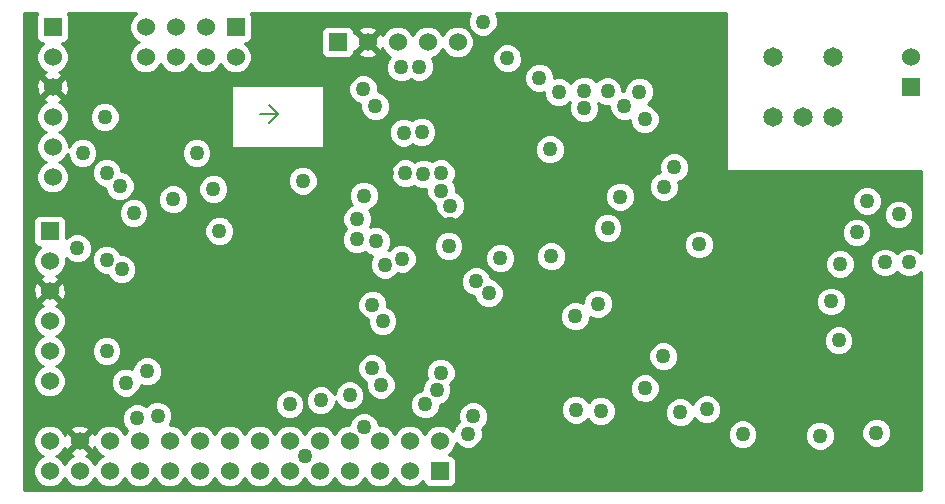
<source format=gbr>
G04 (created by PCBNEW-RS274X (2012-01-19 BZR 3256)-stable) date 4/11/2013 5:03:57 PM*
G01*
G70*
G90*
%MOIN*%
G04 Gerber Fmt 3.4, Leading zero omitted, Abs format*
%FSLAX34Y34*%
G04 APERTURE LIST*
%ADD10C,0.006000*%
%ADD11C,0.065000*%
%ADD12R,0.060000X0.060000*%
%ADD13C,0.060000*%
%ADD14C,0.050000*%
%ADD15C,0.007000*%
%ADD16C,0.010000*%
G04 APERTURE END LIST*
G54D10*
G54D11*
X73500Y-44000D03*
X72500Y-42000D03*
X74500Y-42000D03*
X72500Y-44000D03*
X74500Y-44000D03*
G54D12*
X58000Y-41500D03*
G54D13*
X59000Y-41500D03*
X60000Y-41500D03*
X61000Y-41500D03*
X62000Y-41500D03*
G54D12*
X54600Y-41000D03*
G54D13*
X54600Y-42000D03*
X53600Y-41000D03*
X53600Y-42000D03*
X52600Y-41000D03*
X52600Y-42000D03*
X51600Y-41000D03*
X51600Y-42000D03*
G54D12*
X77100Y-43000D03*
G54D13*
X77100Y-42000D03*
G54D12*
X48500Y-41000D03*
G54D13*
X48500Y-42000D03*
X48500Y-43000D03*
X48500Y-44000D03*
X48500Y-45000D03*
X48500Y-46000D03*
G54D12*
X48400Y-47800D03*
G54D13*
X48400Y-48800D03*
X48400Y-49800D03*
X48400Y-50800D03*
X48400Y-51800D03*
X48400Y-52800D03*
G54D12*
X61400Y-55800D03*
G54D13*
X61400Y-54800D03*
X60400Y-55800D03*
X60400Y-54800D03*
X59400Y-55800D03*
X59400Y-54800D03*
X58400Y-55800D03*
X58400Y-54800D03*
X57400Y-55800D03*
X57400Y-54800D03*
X56400Y-55800D03*
X56400Y-54800D03*
X55400Y-55800D03*
X55400Y-54800D03*
X54400Y-55800D03*
X54400Y-54800D03*
X53400Y-55800D03*
X53400Y-54800D03*
X52400Y-55800D03*
X52400Y-54800D03*
X51400Y-55800D03*
X51400Y-54800D03*
X50400Y-55800D03*
X50400Y-54800D03*
X49400Y-55800D03*
X49400Y-54800D03*
X48400Y-55800D03*
X48400Y-54800D03*
G54D14*
X51200Y-47200D03*
X60200Y-44520D03*
X60120Y-42340D03*
X60800Y-44500D03*
X60720Y-42320D03*
X49500Y-45200D03*
X59500Y-50800D03*
X50940Y-52860D03*
X59440Y-52920D03*
X58880Y-54340D03*
X58640Y-48080D03*
X59280Y-48140D03*
X68060Y-43160D03*
X63660Y-42040D03*
X58860Y-43080D03*
X67560Y-43640D03*
X59260Y-43640D03*
X59580Y-48920D03*
X64720Y-42700D03*
X65920Y-50640D03*
X65380Y-43180D03*
X66220Y-43120D03*
X66680Y-50220D03*
X67000Y-43140D03*
X67000Y-47700D03*
X59160Y-52380D03*
X51660Y-52480D03*
X51320Y-54040D03*
X59160Y-50260D03*
X60920Y-53580D03*
X56400Y-53580D03*
X60860Y-45900D03*
X61440Y-45880D03*
X57440Y-53440D03*
X61300Y-53100D03*
X61460Y-46460D03*
X58400Y-53280D03*
X61440Y-52520D03*
X50740Y-46300D03*
X50800Y-49080D03*
X50300Y-45860D03*
X50240Y-44000D03*
X49320Y-48380D03*
X50300Y-51800D03*
X50300Y-48760D03*
X52000Y-53960D03*
X62620Y-49480D03*
X62520Y-53980D03*
X53300Y-45200D03*
X74750Y-48900D03*
X74080Y-54620D03*
X60140Y-48720D03*
X75300Y-47850D03*
X75960Y-54520D03*
X74700Y-51440D03*
X76250Y-48850D03*
X70050Y-48250D03*
X75650Y-46800D03*
X77050Y-48850D03*
X67420Y-46660D03*
X76700Y-47250D03*
X66780Y-53800D03*
X70300Y-53740D03*
X58660Y-47400D03*
X74450Y-50150D03*
X54060Y-47800D03*
X60260Y-45880D03*
X61760Y-46960D03*
X58880Y-46620D03*
X68240Y-53040D03*
X68240Y-44080D03*
X61700Y-48300D03*
X63040Y-49880D03*
X62340Y-54560D03*
X56840Y-46120D03*
X71500Y-54580D03*
X56900Y-55300D03*
X68860Y-51980D03*
X68880Y-46320D03*
X62840Y-40820D03*
X63420Y-48700D03*
X52520Y-46740D03*
X65080Y-45080D03*
X65120Y-48640D03*
X65940Y-53760D03*
X66220Y-43700D03*
X53860Y-46400D03*
X69420Y-53840D03*
X69220Y-45680D03*
X64780Y-41500D03*
X76980Y-49640D03*
X73750Y-47250D03*
X69540Y-42280D03*
X69240Y-40840D03*
X64680Y-40880D03*
X69240Y-41500D03*
X60520Y-52160D03*
X61760Y-47560D03*
X73100Y-46550D03*
X74940Y-54640D03*
X68080Y-53700D03*
X73250Y-48050D03*
X74300Y-52800D03*
X65540Y-53140D03*
X59660Y-45860D03*
X75540Y-49360D03*
X64320Y-41920D03*
X71350Y-47750D03*
X71450Y-50150D03*
X72940Y-53500D03*
G54D15*
X55400Y-43900D02*
X56000Y-43900D01*
X56000Y-43900D02*
X55700Y-44200D01*
X56000Y-43900D02*
X55700Y-43600D01*
G54D10*
G36*
X77450Y-56450D02*
X76459Y-56450D01*
X76459Y-54619D01*
X76459Y-54421D01*
X76383Y-54238D01*
X76243Y-54097D01*
X76059Y-54021D01*
X75861Y-54021D01*
X75678Y-54097D01*
X75537Y-54237D01*
X75461Y-54421D01*
X75461Y-54619D01*
X75537Y-54802D01*
X75677Y-54943D01*
X75861Y-55019D01*
X76059Y-55019D01*
X76242Y-54943D01*
X76383Y-54803D01*
X76459Y-54619D01*
X76459Y-56450D01*
X75249Y-56450D01*
X75249Y-48999D01*
X75249Y-48801D01*
X75173Y-48618D01*
X75033Y-48477D01*
X74849Y-48401D01*
X74651Y-48401D01*
X74468Y-48477D01*
X74327Y-48617D01*
X74251Y-48801D01*
X74251Y-48999D01*
X74327Y-49182D01*
X74467Y-49323D01*
X74651Y-49399D01*
X74849Y-49399D01*
X75032Y-49323D01*
X75173Y-49183D01*
X75249Y-48999D01*
X75249Y-56450D01*
X75199Y-56450D01*
X75199Y-51539D01*
X75199Y-51341D01*
X75123Y-51158D01*
X74983Y-51017D01*
X74949Y-51002D01*
X74949Y-50249D01*
X74949Y-50051D01*
X74873Y-49868D01*
X74733Y-49727D01*
X74549Y-49651D01*
X74351Y-49651D01*
X74168Y-49727D01*
X74027Y-49867D01*
X73951Y-50051D01*
X73951Y-50249D01*
X74027Y-50432D01*
X74167Y-50573D01*
X74351Y-50649D01*
X74549Y-50649D01*
X74732Y-50573D01*
X74873Y-50433D01*
X74949Y-50249D01*
X74949Y-51002D01*
X74799Y-50941D01*
X74601Y-50941D01*
X74418Y-51017D01*
X74277Y-51157D01*
X74201Y-51341D01*
X74201Y-51539D01*
X74277Y-51722D01*
X74417Y-51863D01*
X74601Y-51939D01*
X74799Y-51939D01*
X74982Y-51863D01*
X75123Y-51723D01*
X75199Y-51539D01*
X75199Y-56450D01*
X74579Y-56450D01*
X74579Y-54719D01*
X74579Y-54521D01*
X74503Y-54338D01*
X74363Y-54197D01*
X74179Y-54121D01*
X73981Y-54121D01*
X73798Y-54197D01*
X73657Y-54337D01*
X73581Y-54521D01*
X73581Y-54719D01*
X73657Y-54902D01*
X73797Y-55043D01*
X73981Y-55119D01*
X74179Y-55119D01*
X74362Y-55043D01*
X74503Y-54903D01*
X74579Y-54719D01*
X74579Y-56450D01*
X71999Y-56450D01*
X71999Y-54679D01*
X71999Y-54481D01*
X71923Y-54298D01*
X71783Y-54157D01*
X71599Y-54081D01*
X71401Y-54081D01*
X71218Y-54157D01*
X71077Y-54297D01*
X71001Y-54481D01*
X71001Y-54679D01*
X71077Y-54862D01*
X71217Y-55003D01*
X71401Y-55079D01*
X71599Y-55079D01*
X71782Y-55003D01*
X71923Y-54863D01*
X71999Y-54679D01*
X71999Y-56450D01*
X70799Y-56450D01*
X70799Y-53839D01*
X70799Y-53641D01*
X70723Y-53458D01*
X70583Y-53317D01*
X70549Y-53302D01*
X70549Y-48349D01*
X70549Y-48151D01*
X70473Y-47968D01*
X70333Y-47827D01*
X70149Y-47751D01*
X69951Y-47751D01*
X69768Y-47827D01*
X69719Y-47875D01*
X69719Y-45779D01*
X69719Y-45581D01*
X69643Y-45398D01*
X69503Y-45257D01*
X69319Y-45181D01*
X69121Y-45181D01*
X68938Y-45257D01*
X68797Y-45397D01*
X68739Y-45537D01*
X68739Y-44179D01*
X68739Y-43981D01*
X68663Y-43798D01*
X68523Y-43657D01*
X68342Y-43582D01*
X68483Y-43443D01*
X68559Y-43259D01*
X68559Y-43061D01*
X68483Y-42878D01*
X68343Y-42737D01*
X68159Y-42661D01*
X67961Y-42661D01*
X67778Y-42737D01*
X67637Y-42877D01*
X67561Y-43061D01*
X67561Y-43141D01*
X67499Y-43141D01*
X67499Y-43041D01*
X67423Y-42858D01*
X67283Y-42717D01*
X67099Y-42641D01*
X66901Y-42641D01*
X66718Y-42717D01*
X66619Y-42814D01*
X66503Y-42697D01*
X66319Y-42621D01*
X66121Y-42621D01*
X65938Y-42697D01*
X65797Y-42837D01*
X65780Y-42875D01*
X65663Y-42757D01*
X65479Y-42681D01*
X65281Y-42681D01*
X65219Y-42706D01*
X65219Y-42601D01*
X65143Y-42418D01*
X65003Y-42277D01*
X64819Y-42201D01*
X64621Y-42201D01*
X64438Y-42277D01*
X64297Y-42417D01*
X64221Y-42601D01*
X64221Y-42799D01*
X64297Y-42982D01*
X64437Y-43123D01*
X64621Y-43199D01*
X64819Y-43199D01*
X64881Y-43173D01*
X64881Y-43279D01*
X64957Y-43462D01*
X65097Y-43603D01*
X65281Y-43679D01*
X65479Y-43679D01*
X65662Y-43603D01*
X65760Y-43505D01*
X65721Y-43601D01*
X65721Y-43799D01*
X65797Y-43982D01*
X65937Y-44123D01*
X66121Y-44199D01*
X66319Y-44199D01*
X66502Y-44123D01*
X66643Y-43983D01*
X66719Y-43799D01*
X66719Y-43601D01*
X66693Y-43539D01*
X66717Y-43563D01*
X66901Y-43639D01*
X67061Y-43639D01*
X67061Y-43739D01*
X67137Y-43922D01*
X67277Y-44063D01*
X67461Y-44139D01*
X67659Y-44139D01*
X67741Y-44104D01*
X67741Y-44179D01*
X67817Y-44362D01*
X67957Y-44503D01*
X68141Y-44579D01*
X68339Y-44579D01*
X68522Y-44503D01*
X68663Y-44363D01*
X68739Y-44179D01*
X68739Y-45537D01*
X68721Y-45581D01*
X68721Y-45779D01*
X68744Y-45836D01*
X68598Y-45897D01*
X68457Y-46037D01*
X68381Y-46221D01*
X68381Y-46419D01*
X68457Y-46602D01*
X68597Y-46743D01*
X68781Y-46819D01*
X68979Y-46819D01*
X69162Y-46743D01*
X69303Y-46603D01*
X69379Y-46419D01*
X69379Y-46221D01*
X69355Y-46163D01*
X69502Y-46103D01*
X69643Y-45963D01*
X69719Y-45779D01*
X69719Y-47875D01*
X69627Y-47967D01*
X69551Y-48151D01*
X69551Y-48349D01*
X69627Y-48532D01*
X69767Y-48673D01*
X69951Y-48749D01*
X70149Y-48749D01*
X70332Y-48673D01*
X70473Y-48533D01*
X70549Y-48349D01*
X70549Y-53302D01*
X70399Y-53241D01*
X70201Y-53241D01*
X70018Y-53317D01*
X69877Y-53457D01*
X69837Y-53552D01*
X69703Y-53417D01*
X69519Y-53341D01*
X69359Y-53341D01*
X69359Y-52079D01*
X69359Y-51881D01*
X69283Y-51698D01*
X69143Y-51557D01*
X68959Y-51481D01*
X68761Y-51481D01*
X68578Y-51557D01*
X68437Y-51697D01*
X68361Y-51881D01*
X68361Y-52079D01*
X68437Y-52262D01*
X68577Y-52403D01*
X68761Y-52479D01*
X68959Y-52479D01*
X69142Y-52403D01*
X69283Y-52263D01*
X69359Y-52079D01*
X69359Y-53341D01*
X69321Y-53341D01*
X69138Y-53417D01*
X68997Y-53557D01*
X68921Y-53741D01*
X68921Y-53939D01*
X68997Y-54122D01*
X69137Y-54263D01*
X69321Y-54339D01*
X69519Y-54339D01*
X69702Y-54263D01*
X69843Y-54123D01*
X69882Y-54027D01*
X70017Y-54163D01*
X70201Y-54239D01*
X70399Y-54239D01*
X70582Y-54163D01*
X70723Y-54023D01*
X70799Y-53839D01*
X70799Y-56450D01*
X68739Y-56450D01*
X68739Y-53139D01*
X68739Y-52941D01*
X68663Y-52758D01*
X68523Y-52617D01*
X68339Y-52541D01*
X68141Y-52541D01*
X67958Y-52617D01*
X67919Y-52655D01*
X67919Y-46759D01*
X67919Y-46561D01*
X67843Y-46378D01*
X67703Y-46237D01*
X67519Y-46161D01*
X67321Y-46161D01*
X67138Y-46237D01*
X66997Y-46377D01*
X66921Y-46561D01*
X66921Y-46759D01*
X66997Y-46942D01*
X67137Y-47083D01*
X67321Y-47159D01*
X67519Y-47159D01*
X67702Y-47083D01*
X67843Y-46943D01*
X67919Y-46759D01*
X67919Y-52655D01*
X67817Y-52757D01*
X67741Y-52941D01*
X67741Y-53139D01*
X67817Y-53322D01*
X67957Y-53463D01*
X68141Y-53539D01*
X68339Y-53539D01*
X68522Y-53463D01*
X68663Y-53323D01*
X68739Y-53139D01*
X68739Y-56450D01*
X67499Y-56450D01*
X67499Y-47799D01*
X67499Y-47601D01*
X67423Y-47418D01*
X67283Y-47277D01*
X67099Y-47201D01*
X66901Y-47201D01*
X66718Y-47277D01*
X66577Y-47417D01*
X66501Y-47601D01*
X66501Y-47799D01*
X66577Y-47982D01*
X66717Y-48123D01*
X66901Y-48199D01*
X67099Y-48199D01*
X67282Y-48123D01*
X67423Y-47983D01*
X67499Y-47799D01*
X67499Y-56450D01*
X67279Y-56450D01*
X67279Y-53899D01*
X67279Y-53701D01*
X67203Y-53518D01*
X67179Y-53493D01*
X67179Y-50319D01*
X67179Y-50121D01*
X67103Y-49938D01*
X66963Y-49797D01*
X66779Y-49721D01*
X66581Y-49721D01*
X66398Y-49797D01*
X66257Y-49937D01*
X66181Y-50121D01*
X66181Y-50207D01*
X66019Y-50141D01*
X65821Y-50141D01*
X65638Y-50217D01*
X65619Y-50235D01*
X65619Y-48739D01*
X65619Y-48541D01*
X65579Y-48444D01*
X65579Y-45179D01*
X65579Y-44981D01*
X65503Y-44798D01*
X65363Y-44657D01*
X65179Y-44581D01*
X64981Y-44581D01*
X64798Y-44657D01*
X64657Y-44797D01*
X64581Y-44981D01*
X64581Y-45179D01*
X64657Y-45362D01*
X64797Y-45503D01*
X64981Y-45579D01*
X65179Y-45579D01*
X65362Y-45503D01*
X65503Y-45363D01*
X65579Y-45179D01*
X65579Y-48444D01*
X65543Y-48358D01*
X65403Y-48217D01*
X65219Y-48141D01*
X65021Y-48141D01*
X64838Y-48217D01*
X64697Y-48357D01*
X64621Y-48541D01*
X64621Y-48739D01*
X64697Y-48922D01*
X64837Y-49063D01*
X65021Y-49139D01*
X65219Y-49139D01*
X65402Y-49063D01*
X65543Y-48923D01*
X65619Y-48739D01*
X65619Y-50235D01*
X65497Y-50357D01*
X65421Y-50541D01*
X65421Y-50739D01*
X65497Y-50922D01*
X65637Y-51063D01*
X65821Y-51139D01*
X66019Y-51139D01*
X66202Y-51063D01*
X66343Y-50923D01*
X66419Y-50739D01*
X66419Y-50652D01*
X66581Y-50719D01*
X66779Y-50719D01*
X66962Y-50643D01*
X67103Y-50503D01*
X67179Y-50319D01*
X67179Y-53493D01*
X67063Y-53377D01*
X66879Y-53301D01*
X66681Y-53301D01*
X66498Y-53377D01*
X66372Y-53501D01*
X66363Y-53478D01*
X66223Y-53337D01*
X66039Y-53261D01*
X65841Y-53261D01*
X65658Y-53337D01*
X65517Y-53477D01*
X65441Y-53661D01*
X65441Y-53859D01*
X65517Y-54042D01*
X65657Y-54183D01*
X65841Y-54259D01*
X66039Y-54259D01*
X66222Y-54183D01*
X66347Y-54058D01*
X66357Y-54082D01*
X66497Y-54223D01*
X66681Y-54299D01*
X66879Y-54299D01*
X67062Y-54223D01*
X67203Y-54083D01*
X67279Y-53899D01*
X67279Y-56450D01*
X64159Y-56450D01*
X64159Y-42139D01*
X64159Y-41941D01*
X64083Y-41758D01*
X63943Y-41617D01*
X63759Y-41541D01*
X63561Y-41541D01*
X63378Y-41617D01*
X63237Y-41757D01*
X63161Y-41941D01*
X63161Y-42139D01*
X63237Y-42322D01*
X63377Y-42463D01*
X63561Y-42539D01*
X63759Y-42539D01*
X63942Y-42463D01*
X64083Y-42323D01*
X64159Y-42139D01*
X64159Y-56450D01*
X63919Y-56450D01*
X63919Y-48799D01*
X63919Y-48601D01*
X63843Y-48418D01*
X63703Y-48277D01*
X63519Y-48201D01*
X63321Y-48201D01*
X63138Y-48277D01*
X62997Y-48417D01*
X62921Y-48601D01*
X62921Y-48799D01*
X62997Y-48982D01*
X63137Y-49123D01*
X63321Y-49199D01*
X63519Y-49199D01*
X63702Y-49123D01*
X63843Y-48983D01*
X63919Y-48799D01*
X63919Y-56450D01*
X63539Y-56450D01*
X63539Y-49979D01*
X63539Y-49781D01*
X63463Y-49598D01*
X63323Y-49457D01*
X63139Y-49381D01*
X63119Y-49381D01*
X63043Y-49198D01*
X62903Y-49057D01*
X62719Y-48981D01*
X62549Y-48981D01*
X62549Y-41609D01*
X62549Y-41391D01*
X62465Y-41189D01*
X62311Y-41035D01*
X62109Y-40951D01*
X61891Y-40951D01*
X61689Y-41035D01*
X61535Y-41189D01*
X61500Y-41273D01*
X61465Y-41189D01*
X61311Y-41035D01*
X61109Y-40951D01*
X60891Y-40951D01*
X60689Y-41035D01*
X60535Y-41189D01*
X60500Y-41273D01*
X60465Y-41189D01*
X60311Y-41035D01*
X60109Y-40951D01*
X59891Y-40951D01*
X59689Y-41035D01*
X59535Y-41189D01*
X59497Y-41280D01*
X59472Y-41219D01*
X59378Y-41192D01*
X59308Y-41262D01*
X59308Y-41122D01*
X59281Y-41028D01*
X59079Y-40957D01*
X58866Y-40968D01*
X58719Y-41028D01*
X58692Y-41122D01*
X59000Y-41429D01*
X59308Y-41122D01*
X59308Y-41262D01*
X59071Y-41500D01*
X59378Y-41808D01*
X59472Y-41781D01*
X59495Y-41715D01*
X59535Y-41811D01*
X59689Y-41965D01*
X59759Y-41994D01*
X59697Y-42057D01*
X59621Y-42241D01*
X59621Y-42439D01*
X59697Y-42622D01*
X59837Y-42763D01*
X60021Y-42839D01*
X60219Y-42839D01*
X60402Y-42763D01*
X60429Y-42735D01*
X60437Y-42743D01*
X60621Y-42819D01*
X60819Y-42819D01*
X61002Y-42743D01*
X61143Y-42603D01*
X61219Y-42419D01*
X61219Y-42221D01*
X61143Y-42038D01*
X61140Y-42035D01*
X61311Y-41965D01*
X61465Y-41811D01*
X61500Y-41726D01*
X61535Y-41811D01*
X61689Y-41965D01*
X61891Y-42049D01*
X62109Y-42049D01*
X62311Y-41965D01*
X62465Y-41811D01*
X62549Y-41609D01*
X62549Y-48981D01*
X62521Y-48981D01*
X62338Y-49057D01*
X62259Y-49135D01*
X62259Y-47059D01*
X62259Y-46861D01*
X62183Y-46678D01*
X62043Y-46537D01*
X61959Y-46502D01*
X61959Y-46361D01*
X61883Y-46178D01*
X61864Y-46159D01*
X61939Y-45979D01*
X61939Y-45781D01*
X61863Y-45598D01*
X61723Y-45457D01*
X61539Y-45381D01*
X61341Y-45381D01*
X61299Y-45398D01*
X61299Y-44599D01*
X61299Y-44401D01*
X61223Y-44218D01*
X61083Y-44077D01*
X60899Y-44001D01*
X60701Y-44001D01*
X60518Y-44077D01*
X60490Y-44104D01*
X60483Y-44097D01*
X60299Y-44021D01*
X60101Y-44021D01*
X59918Y-44097D01*
X59777Y-44237D01*
X59759Y-44280D01*
X59759Y-43739D01*
X59759Y-43541D01*
X59683Y-43358D01*
X59543Y-43217D01*
X59359Y-43141D01*
X59359Y-42981D01*
X59308Y-42858D01*
X59308Y-41878D01*
X59000Y-41571D01*
X58929Y-41641D01*
X58929Y-41500D01*
X58622Y-41192D01*
X58549Y-41212D01*
X58549Y-41151D01*
X58511Y-41059D01*
X58441Y-40989D01*
X58350Y-40951D01*
X58251Y-40951D01*
X57651Y-40951D01*
X57559Y-40989D01*
X57489Y-41059D01*
X57451Y-41150D01*
X57451Y-41249D01*
X57451Y-41849D01*
X57489Y-41941D01*
X57559Y-42011D01*
X57650Y-42049D01*
X57749Y-42049D01*
X58349Y-42049D01*
X58441Y-42011D01*
X58511Y-41941D01*
X58549Y-41850D01*
X58549Y-41787D01*
X58622Y-41808D01*
X58929Y-41500D01*
X58929Y-41641D01*
X58692Y-41878D01*
X58719Y-41972D01*
X58921Y-42043D01*
X59134Y-42032D01*
X59281Y-41972D01*
X59308Y-41878D01*
X59308Y-42858D01*
X59283Y-42798D01*
X59143Y-42657D01*
X58959Y-42581D01*
X58761Y-42581D01*
X58578Y-42657D01*
X58437Y-42797D01*
X58361Y-42981D01*
X58361Y-43179D01*
X58437Y-43362D01*
X58577Y-43503D01*
X58761Y-43579D01*
X58761Y-43739D01*
X58837Y-43922D01*
X58977Y-44063D01*
X59161Y-44139D01*
X59359Y-44139D01*
X59542Y-44063D01*
X59683Y-43923D01*
X59759Y-43739D01*
X59759Y-44280D01*
X59701Y-44421D01*
X59701Y-44619D01*
X59777Y-44802D01*
X59917Y-44943D01*
X60101Y-45019D01*
X60299Y-45019D01*
X60482Y-44943D01*
X60509Y-44915D01*
X60517Y-44923D01*
X60701Y-44999D01*
X60899Y-44999D01*
X61082Y-44923D01*
X61223Y-44783D01*
X61299Y-44599D01*
X61299Y-45398D01*
X61158Y-45457D01*
X61139Y-45475D01*
X60959Y-45401D01*
X60761Y-45401D01*
X60578Y-45477D01*
X60570Y-45484D01*
X60543Y-45457D01*
X60359Y-45381D01*
X60161Y-45381D01*
X59978Y-45457D01*
X59837Y-45597D01*
X59761Y-45781D01*
X59761Y-45979D01*
X59837Y-46162D01*
X59977Y-46303D01*
X60161Y-46379D01*
X60359Y-46379D01*
X60542Y-46303D01*
X60549Y-46295D01*
X60577Y-46323D01*
X60761Y-46399D01*
X60959Y-46399D01*
X60961Y-46398D01*
X60961Y-46559D01*
X61037Y-46742D01*
X61177Y-46883D01*
X61261Y-46917D01*
X61261Y-47059D01*
X61337Y-47242D01*
X61477Y-47383D01*
X61661Y-47459D01*
X61859Y-47459D01*
X62042Y-47383D01*
X62183Y-47243D01*
X62259Y-47059D01*
X62259Y-49135D01*
X62199Y-49195D01*
X62199Y-48399D01*
X62199Y-48201D01*
X62123Y-48018D01*
X61983Y-47877D01*
X61799Y-47801D01*
X61601Y-47801D01*
X61418Y-47877D01*
X61277Y-48017D01*
X61201Y-48201D01*
X61201Y-48399D01*
X61277Y-48582D01*
X61417Y-48723D01*
X61601Y-48799D01*
X61799Y-48799D01*
X61982Y-48723D01*
X62123Y-48583D01*
X62199Y-48399D01*
X62199Y-49195D01*
X62197Y-49197D01*
X62121Y-49381D01*
X62121Y-49579D01*
X62197Y-49762D01*
X62337Y-49903D01*
X62521Y-49979D01*
X62541Y-49979D01*
X62617Y-50162D01*
X62757Y-50303D01*
X62941Y-50379D01*
X63139Y-50379D01*
X63322Y-50303D01*
X63463Y-50163D01*
X63539Y-49979D01*
X63539Y-56450D01*
X63019Y-56450D01*
X63019Y-54079D01*
X63019Y-53881D01*
X62943Y-53698D01*
X62803Y-53557D01*
X62619Y-53481D01*
X62421Y-53481D01*
X62238Y-53557D01*
X62097Y-53697D01*
X62021Y-53881D01*
X62021Y-54079D01*
X62048Y-54146D01*
X61939Y-54255D01*
X61939Y-52619D01*
X61939Y-52421D01*
X61863Y-52238D01*
X61723Y-52097D01*
X61539Y-52021D01*
X61341Y-52021D01*
X61158Y-52097D01*
X61017Y-52237D01*
X60941Y-52421D01*
X60941Y-52619D01*
X60980Y-52714D01*
X60877Y-52817D01*
X60801Y-53001D01*
X60801Y-53089D01*
X60639Y-53156D01*
X60639Y-48819D01*
X60639Y-48621D01*
X60563Y-48438D01*
X60423Y-48297D01*
X60239Y-48221D01*
X60041Y-48221D01*
X59858Y-48297D01*
X59717Y-48436D01*
X59697Y-48428D01*
X59703Y-48423D01*
X59779Y-48239D01*
X59779Y-48041D01*
X59703Y-47858D01*
X59563Y-47717D01*
X59379Y-47641D01*
X59181Y-47641D01*
X59083Y-47681D01*
X59159Y-47499D01*
X59159Y-47301D01*
X59083Y-47118D01*
X59053Y-47088D01*
X59162Y-47043D01*
X59303Y-46903D01*
X59379Y-46719D01*
X59379Y-46521D01*
X59303Y-46338D01*
X59163Y-46197D01*
X58979Y-46121D01*
X58781Y-46121D01*
X58598Y-46197D01*
X58457Y-46337D01*
X58381Y-46521D01*
X58381Y-46719D01*
X58457Y-46902D01*
X58486Y-46931D01*
X58378Y-46977D01*
X58237Y-47117D01*
X58161Y-47301D01*
X58161Y-47499D01*
X58237Y-47682D01*
X58284Y-47729D01*
X58217Y-47797D01*
X58141Y-47981D01*
X58141Y-48179D01*
X58217Y-48362D01*
X58357Y-48503D01*
X58541Y-48579D01*
X58739Y-48579D01*
X58922Y-48503D01*
X58929Y-48495D01*
X58997Y-48563D01*
X59162Y-48631D01*
X59157Y-48637D01*
X59081Y-48821D01*
X59081Y-49019D01*
X59157Y-49202D01*
X59297Y-49343D01*
X59481Y-49419D01*
X59679Y-49419D01*
X59862Y-49343D01*
X60002Y-49203D01*
X60003Y-49203D01*
X60041Y-49219D01*
X60239Y-49219D01*
X60422Y-49143D01*
X60563Y-49003D01*
X60639Y-48819D01*
X60639Y-53156D01*
X60638Y-53157D01*
X60497Y-53297D01*
X60421Y-53481D01*
X60421Y-53679D01*
X60497Y-53862D01*
X60637Y-54003D01*
X60821Y-54079D01*
X61019Y-54079D01*
X61202Y-54003D01*
X61343Y-53863D01*
X61419Y-53679D01*
X61419Y-53590D01*
X61582Y-53523D01*
X61723Y-53383D01*
X61799Y-53199D01*
X61799Y-53001D01*
X61759Y-52905D01*
X61863Y-52803D01*
X61939Y-52619D01*
X61939Y-54255D01*
X61917Y-54277D01*
X61841Y-54461D01*
X61841Y-54465D01*
X61711Y-54335D01*
X61509Y-54251D01*
X61291Y-54251D01*
X61089Y-54335D01*
X60935Y-54489D01*
X60900Y-54573D01*
X60865Y-54489D01*
X60711Y-54335D01*
X60509Y-54251D01*
X60291Y-54251D01*
X60089Y-54335D01*
X59999Y-54425D01*
X59999Y-50899D01*
X59999Y-50701D01*
X59923Y-50518D01*
X59783Y-50377D01*
X59659Y-50325D01*
X59659Y-50161D01*
X59583Y-49978D01*
X59443Y-49837D01*
X59259Y-49761D01*
X59061Y-49761D01*
X58878Y-49837D01*
X58737Y-49977D01*
X58661Y-50161D01*
X58661Y-50359D01*
X58737Y-50542D01*
X58877Y-50683D01*
X59001Y-50734D01*
X59001Y-50899D01*
X59077Y-51082D01*
X59217Y-51223D01*
X59401Y-51299D01*
X59599Y-51299D01*
X59782Y-51223D01*
X59923Y-51083D01*
X59999Y-50899D01*
X59999Y-54425D01*
X59939Y-54485D01*
X59939Y-53019D01*
X59939Y-52821D01*
X59863Y-52638D01*
X59723Y-52497D01*
X59659Y-52470D01*
X59659Y-52281D01*
X59583Y-52098D01*
X59443Y-51957D01*
X59259Y-51881D01*
X59061Y-51881D01*
X58878Y-51957D01*
X58737Y-52097D01*
X58661Y-52281D01*
X58661Y-52479D01*
X58737Y-52662D01*
X58877Y-52803D01*
X58941Y-52829D01*
X58941Y-53019D01*
X59017Y-53202D01*
X59157Y-53343D01*
X59341Y-53419D01*
X59539Y-53419D01*
X59722Y-53343D01*
X59863Y-53203D01*
X59939Y-53019D01*
X59939Y-54485D01*
X59935Y-54489D01*
X59900Y-54573D01*
X59865Y-54489D01*
X59711Y-54335D01*
X59509Y-54251D01*
X59379Y-54251D01*
X59379Y-54241D01*
X59303Y-54058D01*
X59163Y-53917D01*
X58979Y-53841D01*
X58899Y-53841D01*
X58899Y-53379D01*
X58899Y-53181D01*
X58823Y-52998D01*
X58683Y-52857D01*
X58499Y-52781D01*
X58301Y-52781D01*
X58118Y-52857D01*
X57977Y-52997D01*
X57901Y-53181D01*
X57901Y-53249D01*
X57863Y-53158D01*
X57723Y-53017D01*
X57550Y-52945D01*
X57550Y-45050D01*
X57550Y-42950D01*
X54450Y-42950D01*
X54450Y-45050D01*
X57550Y-45050D01*
X57550Y-52945D01*
X57539Y-52941D01*
X57341Y-52941D01*
X57339Y-52941D01*
X57339Y-46219D01*
X57339Y-46021D01*
X57263Y-45838D01*
X57123Y-45697D01*
X56939Y-45621D01*
X56741Y-45621D01*
X56558Y-45697D01*
X56417Y-45837D01*
X56341Y-46021D01*
X56341Y-46219D01*
X56417Y-46402D01*
X56557Y-46543D01*
X56741Y-46619D01*
X56939Y-46619D01*
X57122Y-46543D01*
X57263Y-46403D01*
X57339Y-46219D01*
X57339Y-52941D01*
X57158Y-53017D01*
X57017Y-53157D01*
X56941Y-53341D01*
X56941Y-53539D01*
X57017Y-53722D01*
X57157Y-53863D01*
X57341Y-53939D01*
X57539Y-53939D01*
X57550Y-53934D01*
X57722Y-53863D01*
X57863Y-53723D01*
X57939Y-53539D01*
X57939Y-53470D01*
X57977Y-53562D01*
X58117Y-53703D01*
X58301Y-53779D01*
X58499Y-53779D01*
X58682Y-53703D01*
X58823Y-53563D01*
X58899Y-53379D01*
X58899Y-53841D01*
X58781Y-53841D01*
X58598Y-53917D01*
X58457Y-54057D01*
X58381Y-54241D01*
X58381Y-54251D01*
X58291Y-54251D01*
X58089Y-54335D01*
X57935Y-54489D01*
X57900Y-54573D01*
X57865Y-54489D01*
X57711Y-54335D01*
X57550Y-54268D01*
X57509Y-54251D01*
X57291Y-54251D01*
X57089Y-54335D01*
X56935Y-54489D01*
X56900Y-54573D01*
X56899Y-54570D01*
X56899Y-53679D01*
X56899Y-53481D01*
X56823Y-53298D01*
X56683Y-53157D01*
X56499Y-53081D01*
X56301Y-53081D01*
X56118Y-53157D01*
X55977Y-53297D01*
X55901Y-53481D01*
X55901Y-53679D01*
X55977Y-53862D01*
X56117Y-54003D01*
X56301Y-54079D01*
X56499Y-54079D01*
X56682Y-54003D01*
X56823Y-53863D01*
X56899Y-53679D01*
X56899Y-54570D01*
X56865Y-54489D01*
X56711Y-54335D01*
X56509Y-54251D01*
X56291Y-54251D01*
X56089Y-54335D01*
X55935Y-54489D01*
X55900Y-54573D01*
X55865Y-54489D01*
X55711Y-54335D01*
X55509Y-54251D01*
X55291Y-54251D01*
X55089Y-54335D01*
X54935Y-54489D01*
X54900Y-54573D01*
X54865Y-54489D01*
X54711Y-54335D01*
X54559Y-54271D01*
X54559Y-47899D01*
X54559Y-47701D01*
X54483Y-47518D01*
X54359Y-47393D01*
X54359Y-46499D01*
X54359Y-46301D01*
X54283Y-46118D01*
X54143Y-45977D01*
X53959Y-45901D01*
X53799Y-45901D01*
X53799Y-45299D01*
X53799Y-45101D01*
X53723Y-44918D01*
X53583Y-44777D01*
X53399Y-44701D01*
X53201Y-44701D01*
X53018Y-44777D01*
X52877Y-44917D01*
X52801Y-45101D01*
X52801Y-45299D01*
X52877Y-45482D01*
X53017Y-45623D01*
X53201Y-45699D01*
X53399Y-45699D01*
X53582Y-45623D01*
X53723Y-45483D01*
X53799Y-45299D01*
X53799Y-45901D01*
X53761Y-45901D01*
X53578Y-45977D01*
X53437Y-46117D01*
X53361Y-46301D01*
X53361Y-46499D01*
X53437Y-46682D01*
X53577Y-46823D01*
X53761Y-46899D01*
X53959Y-46899D01*
X54142Y-46823D01*
X54283Y-46683D01*
X54359Y-46499D01*
X54359Y-47393D01*
X54343Y-47377D01*
X54159Y-47301D01*
X53961Y-47301D01*
X53778Y-47377D01*
X53637Y-47517D01*
X53561Y-47701D01*
X53561Y-47899D01*
X53637Y-48082D01*
X53777Y-48223D01*
X53961Y-48299D01*
X54159Y-48299D01*
X54342Y-48223D01*
X54483Y-48083D01*
X54559Y-47899D01*
X54559Y-54271D01*
X54509Y-54251D01*
X54291Y-54251D01*
X54089Y-54335D01*
X53935Y-54489D01*
X53900Y-54573D01*
X53865Y-54489D01*
X53711Y-54335D01*
X53509Y-54251D01*
X53291Y-54251D01*
X53089Y-54335D01*
X53019Y-54405D01*
X53019Y-46839D01*
X53019Y-46641D01*
X52943Y-46458D01*
X52803Y-46317D01*
X52619Y-46241D01*
X52421Y-46241D01*
X52238Y-46317D01*
X52097Y-46457D01*
X52021Y-46641D01*
X52021Y-46839D01*
X52097Y-47022D01*
X52237Y-47163D01*
X52421Y-47239D01*
X52619Y-47239D01*
X52802Y-47163D01*
X52943Y-47023D01*
X53019Y-46839D01*
X53019Y-54405D01*
X52935Y-54489D01*
X52900Y-54573D01*
X52865Y-54489D01*
X52711Y-54335D01*
X52509Y-54251D01*
X52414Y-54251D01*
X52423Y-54243D01*
X52499Y-54059D01*
X52499Y-53861D01*
X52423Y-53678D01*
X52283Y-53537D01*
X52159Y-53485D01*
X52159Y-52579D01*
X52159Y-52381D01*
X52083Y-52198D01*
X51943Y-52057D01*
X51759Y-51981D01*
X51699Y-51981D01*
X51699Y-47299D01*
X51699Y-47101D01*
X51623Y-46918D01*
X51483Y-46777D01*
X51299Y-46701D01*
X51239Y-46701D01*
X51239Y-46399D01*
X51239Y-46201D01*
X51163Y-46018D01*
X51023Y-45877D01*
X50839Y-45801D01*
X50799Y-45801D01*
X50799Y-45761D01*
X50739Y-45616D01*
X50739Y-44099D01*
X50739Y-43901D01*
X50663Y-43718D01*
X50523Y-43577D01*
X50339Y-43501D01*
X50141Y-43501D01*
X49958Y-43577D01*
X49817Y-43717D01*
X49741Y-43901D01*
X49741Y-44099D01*
X49817Y-44282D01*
X49957Y-44423D01*
X50141Y-44499D01*
X50339Y-44499D01*
X50522Y-44423D01*
X50663Y-44283D01*
X50739Y-44099D01*
X50739Y-45616D01*
X50723Y-45578D01*
X50583Y-45437D01*
X50399Y-45361D01*
X50201Y-45361D01*
X50018Y-45437D01*
X49999Y-45455D01*
X49999Y-45299D01*
X49999Y-45101D01*
X49923Y-44918D01*
X49783Y-44777D01*
X49599Y-44701D01*
X49401Y-44701D01*
X49218Y-44777D01*
X49077Y-44917D01*
X49049Y-44984D01*
X49049Y-44891D01*
X48965Y-44689D01*
X48811Y-44535D01*
X48726Y-44500D01*
X48811Y-44465D01*
X48965Y-44311D01*
X49049Y-44109D01*
X49049Y-43891D01*
X49043Y-43876D01*
X49043Y-43079D01*
X49032Y-42866D01*
X48972Y-42719D01*
X48878Y-42692D01*
X48571Y-43000D01*
X48878Y-43308D01*
X48972Y-43281D01*
X49043Y-43079D01*
X49043Y-43876D01*
X48965Y-43689D01*
X48811Y-43535D01*
X48719Y-43497D01*
X48781Y-43472D01*
X48808Y-43378D01*
X48500Y-43071D01*
X48429Y-43141D01*
X48429Y-43000D01*
X48122Y-42692D01*
X48028Y-42719D01*
X47957Y-42921D01*
X47968Y-43134D01*
X48028Y-43281D01*
X48122Y-43308D01*
X48429Y-43000D01*
X48429Y-43141D01*
X48192Y-43378D01*
X48219Y-43472D01*
X48284Y-43495D01*
X48189Y-43535D01*
X48035Y-43689D01*
X47951Y-43891D01*
X47951Y-44109D01*
X48035Y-44311D01*
X48189Y-44465D01*
X48273Y-44500D01*
X48189Y-44535D01*
X48035Y-44689D01*
X47951Y-44891D01*
X47951Y-45109D01*
X48035Y-45311D01*
X48189Y-45465D01*
X48273Y-45500D01*
X48189Y-45535D01*
X48035Y-45689D01*
X47951Y-45891D01*
X47951Y-46109D01*
X48035Y-46311D01*
X48189Y-46465D01*
X48391Y-46549D01*
X48609Y-46549D01*
X48811Y-46465D01*
X48965Y-46311D01*
X49049Y-46109D01*
X49049Y-45891D01*
X48965Y-45689D01*
X48811Y-45535D01*
X48726Y-45500D01*
X48811Y-45465D01*
X48965Y-45311D01*
X49001Y-45224D01*
X49001Y-45299D01*
X49077Y-45482D01*
X49217Y-45623D01*
X49401Y-45699D01*
X49599Y-45699D01*
X49782Y-45623D01*
X49923Y-45483D01*
X49999Y-45299D01*
X49999Y-45455D01*
X49877Y-45577D01*
X49801Y-45761D01*
X49801Y-45959D01*
X49877Y-46142D01*
X50017Y-46283D01*
X50201Y-46359D01*
X50241Y-46359D01*
X50241Y-46399D01*
X50317Y-46582D01*
X50457Y-46723D01*
X50641Y-46799D01*
X50839Y-46799D01*
X51022Y-46723D01*
X51163Y-46583D01*
X51239Y-46399D01*
X51239Y-46701D01*
X51101Y-46701D01*
X50918Y-46777D01*
X50777Y-46917D01*
X50701Y-47101D01*
X50701Y-47299D01*
X50777Y-47482D01*
X50917Y-47623D01*
X51101Y-47699D01*
X51299Y-47699D01*
X51482Y-47623D01*
X51623Y-47483D01*
X51699Y-47299D01*
X51699Y-51981D01*
X51561Y-51981D01*
X51378Y-52057D01*
X51299Y-52135D01*
X51299Y-49179D01*
X51299Y-48981D01*
X51223Y-48798D01*
X51083Y-48657D01*
X50899Y-48581D01*
X50765Y-48581D01*
X50723Y-48478D01*
X50583Y-48337D01*
X50399Y-48261D01*
X50201Y-48261D01*
X50018Y-48337D01*
X49877Y-48477D01*
X49819Y-48617D01*
X49819Y-48479D01*
X49819Y-48281D01*
X49743Y-48098D01*
X49603Y-47957D01*
X49419Y-47881D01*
X49221Y-47881D01*
X49038Y-47957D01*
X48949Y-48045D01*
X48949Y-47451D01*
X48911Y-47359D01*
X48841Y-47289D01*
X48750Y-47251D01*
X48651Y-47251D01*
X48051Y-47251D01*
X47959Y-47289D01*
X47889Y-47359D01*
X47851Y-47450D01*
X47851Y-47549D01*
X47851Y-48149D01*
X47889Y-48241D01*
X47959Y-48311D01*
X48050Y-48349D01*
X48075Y-48349D01*
X47935Y-48489D01*
X47851Y-48691D01*
X47851Y-48909D01*
X47935Y-49111D01*
X48089Y-49265D01*
X48180Y-49302D01*
X48119Y-49328D01*
X48092Y-49422D01*
X48400Y-49729D01*
X48708Y-49422D01*
X48681Y-49328D01*
X48615Y-49304D01*
X48711Y-49265D01*
X48865Y-49111D01*
X48949Y-48909D01*
X48949Y-48714D01*
X49037Y-48803D01*
X49221Y-48879D01*
X49419Y-48879D01*
X49602Y-48803D01*
X49743Y-48663D01*
X49819Y-48479D01*
X49819Y-48617D01*
X49801Y-48661D01*
X49801Y-48859D01*
X49877Y-49042D01*
X50017Y-49183D01*
X50201Y-49259D01*
X50334Y-49259D01*
X50377Y-49362D01*
X50517Y-49503D01*
X50701Y-49579D01*
X50899Y-49579D01*
X51082Y-49503D01*
X51223Y-49363D01*
X51299Y-49179D01*
X51299Y-52135D01*
X51237Y-52197D01*
X51161Y-52381D01*
X51161Y-52411D01*
X51039Y-52361D01*
X50841Y-52361D01*
X50799Y-52378D01*
X50799Y-51899D01*
X50799Y-51701D01*
X50723Y-51518D01*
X50583Y-51377D01*
X50399Y-51301D01*
X50201Y-51301D01*
X50018Y-51377D01*
X49877Y-51517D01*
X49801Y-51701D01*
X49801Y-51899D01*
X49877Y-52082D01*
X50017Y-52223D01*
X50201Y-52299D01*
X50399Y-52299D01*
X50582Y-52223D01*
X50723Y-52083D01*
X50799Y-51899D01*
X50799Y-52378D01*
X50658Y-52437D01*
X50517Y-52577D01*
X50441Y-52761D01*
X50441Y-52959D01*
X50517Y-53142D01*
X50657Y-53283D01*
X50841Y-53359D01*
X51039Y-53359D01*
X51222Y-53283D01*
X51363Y-53143D01*
X51439Y-52959D01*
X51439Y-52928D01*
X51561Y-52979D01*
X51759Y-52979D01*
X51942Y-52903D01*
X52083Y-52763D01*
X52159Y-52579D01*
X52159Y-53485D01*
X52099Y-53461D01*
X51901Y-53461D01*
X51718Y-53537D01*
X51620Y-53634D01*
X51603Y-53617D01*
X51419Y-53541D01*
X51221Y-53541D01*
X51038Y-53617D01*
X50897Y-53757D01*
X50821Y-53941D01*
X50821Y-54139D01*
X50897Y-54322D01*
X50999Y-54424D01*
X50935Y-54489D01*
X50900Y-54573D01*
X50865Y-54489D01*
X50711Y-54335D01*
X50509Y-54251D01*
X50291Y-54251D01*
X50089Y-54335D01*
X49935Y-54489D01*
X49897Y-54580D01*
X49872Y-54519D01*
X49778Y-54492D01*
X49708Y-54562D01*
X49708Y-54422D01*
X49681Y-54328D01*
X49479Y-54257D01*
X49266Y-54268D01*
X49119Y-54328D01*
X49092Y-54422D01*
X49400Y-54729D01*
X49708Y-54422D01*
X49708Y-54562D01*
X49471Y-54800D01*
X49778Y-55108D01*
X49872Y-55081D01*
X49895Y-55015D01*
X49935Y-55111D01*
X50089Y-55265D01*
X50173Y-55300D01*
X50089Y-55335D01*
X49935Y-55489D01*
X49900Y-55573D01*
X49865Y-55489D01*
X49711Y-55335D01*
X49619Y-55297D01*
X49681Y-55272D01*
X49708Y-55178D01*
X49400Y-54871D01*
X49092Y-55178D01*
X49119Y-55272D01*
X49184Y-55295D01*
X49089Y-55335D01*
X48935Y-55489D01*
X48900Y-55573D01*
X48865Y-55489D01*
X48711Y-55335D01*
X48626Y-55300D01*
X48711Y-55265D01*
X48865Y-55111D01*
X48902Y-55019D01*
X48928Y-55081D01*
X49022Y-55108D01*
X49329Y-54800D01*
X49022Y-54492D01*
X48949Y-54512D01*
X48949Y-52909D01*
X48949Y-52691D01*
X48865Y-52489D01*
X48711Y-52335D01*
X48626Y-52300D01*
X48711Y-52265D01*
X48865Y-52111D01*
X48949Y-51909D01*
X48949Y-51691D01*
X48865Y-51489D01*
X48711Y-51335D01*
X48626Y-51300D01*
X48711Y-51265D01*
X48865Y-51111D01*
X48949Y-50909D01*
X48949Y-50691D01*
X48943Y-50676D01*
X48943Y-49879D01*
X48932Y-49666D01*
X48872Y-49519D01*
X48778Y-49492D01*
X48471Y-49800D01*
X48778Y-50108D01*
X48872Y-50081D01*
X48943Y-49879D01*
X48943Y-50676D01*
X48865Y-50489D01*
X48711Y-50335D01*
X48619Y-50297D01*
X48681Y-50272D01*
X48708Y-50178D01*
X48400Y-49871D01*
X48329Y-49941D01*
X48329Y-49800D01*
X48022Y-49492D01*
X47928Y-49519D01*
X47857Y-49721D01*
X47868Y-49934D01*
X47928Y-50081D01*
X48022Y-50108D01*
X48329Y-49800D01*
X48329Y-49941D01*
X48092Y-50178D01*
X48119Y-50272D01*
X48184Y-50295D01*
X48089Y-50335D01*
X47935Y-50489D01*
X47851Y-50691D01*
X47851Y-50909D01*
X47935Y-51111D01*
X48089Y-51265D01*
X48173Y-51300D01*
X48089Y-51335D01*
X47935Y-51489D01*
X47851Y-51691D01*
X47851Y-51909D01*
X47935Y-52111D01*
X48089Y-52265D01*
X48173Y-52300D01*
X48089Y-52335D01*
X47935Y-52489D01*
X47851Y-52691D01*
X47851Y-52909D01*
X47935Y-53111D01*
X48089Y-53265D01*
X48291Y-53349D01*
X48509Y-53349D01*
X48711Y-53265D01*
X48865Y-53111D01*
X48949Y-52909D01*
X48949Y-54512D01*
X48928Y-54519D01*
X48904Y-54584D01*
X48865Y-54489D01*
X48711Y-54335D01*
X48509Y-54251D01*
X48291Y-54251D01*
X48089Y-54335D01*
X47935Y-54489D01*
X47851Y-54691D01*
X47851Y-54909D01*
X47935Y-55111D01*
X48089Y-55265D01*
X48173Y-55300D01*
X48089Y-55335D01*
X47935Y-55489D01*
X47851Y-55691D01*
X47851Y-55909D01*
X47935Y-56111D01*
X48089Y-56265D01*
X48291Y-56349D01*
X48509Y-56349D01*
X48711Y-56265D01*
X48865Y-56111D01*
X48900Y-56026D01*
X48935Y-56111D01*
X49089Y-56265D01*
X49291Y-56349D01*
X49509Y-56349D01*
X49711Y-56265D01*
X49865Y-56111D01*
X49900Y-56026D01*
X49935Y-56111D01*
X50089Y-56265D01*
X50291Y-56349D01*
X50509Y-56349D01*
X50711Y-56265D01*
X50865Y-56111D01*
X50900Y-56026D01*
X50935Y-56111D01*
X51089Y-56265D01*
X51291Y-56349D01*
X51509Y-56349D01*
X51711Y-56265D01*
X51865Y-56111D01*
X51900Y-56026D01*
X51935Y-56111D01*
X52089Y-56265D01*
X52291Y-56349D01*
X52509Y-56349D01*
X52711Y-56265D01*
X52865Y-56111D01*
X52900Y-56026D01*
X52935Y-56111D01*
X53089Y-56265D01*
X53291Y-56349D01*
X53509Y-56349D01*
X53711Y-56265D01*
X53865Y-56111D01*
X53900Y-56026D01*
X53935Y-56111D01*
X54089Y-56265D01*
X54291Y-56349D01*
X54509Y-56349D01*
X54711Y-56265D01*
X54865Y-56111D01*
X54900Y-56026D01*
X54935Y-56111D01*
X55089Y-56265D01*
X55291Y-56349D01*
X55509Y-56349D01*
X55711Y-56265D01*
X55865Y-56111D01*
X55900Y-56026D01*
X55935Y-56111D01*
X56089Y-56265D01*
X56291Y-56349D01*
X56509Y-56349D01*
X56711Y-56265D01*
X56865Y-56111D01*
X56900Y-56026D01*
X56935Y-56111D01*
X57089Y-56265D01*
X57291Y-56349D01*
X57509Y-56349D01*
X57550Y-56331D01*
X57711Y-56265D01*
X57865Y-56111D01*
X57900Y-56026D01*
X57935Y-56111D01*
X58089Y-56265D01*
X58291Y-56349D01*
X58509Y-56349D01*
X58711Y-56265D01*
X58865Y-56111D01*
X58900Y-56026D01*
X58935Y-56111D01*
X59089Y-56265D01*
X59291Y-56349D01*
X59509Y-56349D01*
X59711Y-56265D01*
X59865Y-56111D01*
X59900Y-56026D01*
X59935Y-56111D01*
X60089Y-56265D01*
X60291Y-56349D01*
X60509Y-56349D01*
X60711Y-56265D01*
X60851Y-56125D01*
X60851Y-56149D01*
X60889Y-56241D01*
X60959Y-56311D01*
X61050Y-56349D01*
X61149Y-56349D01*
X61749Y-56349D01*
X61841Y-56311D01*
X61911Y-56241D01*
X61949Y-56150D01*
X61949Y-56051D01*
X61949Y-55451D01*
X61911Y-55359D01*
X61841Y-55289D01*
X61750Y-55251D01*
X61725Y-55251D01*
X61865Y-55111D01*
X61949Y-54909D01*
X61949Y-54874D01*
X62057Y-54983D01*
X62241Y-55059D01*
X62439Y-55059D01*
X62622Y-54983D01*
X62763Y-54843D01*
X62839Y-54659D01*
X62839Y-54461D01*
X62811Y-54393D01*
X62943Y-54263D01*
X63019Y-54079D01*
X63019Y-56450D01*
X57550Y-56450D01*
X47550Y-56450D01*
X47550Y-40550D01*
X47998Y-40550D01*
X47989Y-40559D01*
X47951Y-40650D01*
X47951Y-40749D01*
X47951Y-41349D01*
X47989Y-41441D01*
X48059Y-41511D01*
X48150Y-41549D01*
X48175Y-41549D01*
X48035Y-41689D01*
X47951Y-41891D01*
X47951Y-42109D01*
X48035Y-42311D01*
X48189Y-42465D01*
X48280Y-42502D01*
X48219Y-42528D01*
X48192Y-42622D01*
X48500Y-42929D01*
X48808Y-42622D01*
X48781Y-42528D01*
X48715Y-42504D01*
X48811Y-42465D01*
X48965Y-42311D01*
X49049Y-42109D01*
X49049Y-41891D01*
X48965Y-41689D01*
X48825Y-41549D01*
X48849Y-41549D01*
X48941Y-41511D01*
X49011Y-41441D01*
X49049Y-41350D01*
X49049Y-41251D01*
X49049Y-40651D01*
X49011Y-40559D01*
X49002Y-40550D01*
X51274Y-40550D01*
X51135Y-40689D01*
X51051Y-40891D01*
X51051Y-41109D01*
X51135Y-41311D01*
X51289Y-41465D01*
X51373Y-41500D01*
X51289Y-41535D01*
X51135Y-41689D01*
X51051Y-41891D01*
X51051Y-42109D01*
X51135Y-42311D01*
X51289Y-42465D01*
X51491Y-42549D01*
X51709Y-42549D01*
X51911Y-42465D01*
X52065Y-42311D01*
X52100Y-42226D01*
X52135Y-42311D01*
X52289Y-42465D01*
X52491Y-42549D01*
X52709Y-42549D01*
X52911Y-42465D01*
X53065Y-42311D01*
X53100Y-42226D01*
X53135Y-42311D01*
X53289Y-42465D01*
X53491Y-42549D01*
X53709Y-42549D01*
X53911Y-42465D01*
X54065Y-42311D01*
X54100Y-42226D01*
X54135Y-42311D01*
X54289Y-42465D01*
X54491Y-42549D01*
X54709Y-42549D01*
X54911Y-42465D01*
X55065Y-42311D01*
X55149Y-42109D01*
X55149Y-41891D01*
X55065Y-41689D01*
X54925Y-41549D01*
X54949Y-41549D01*
X55041Y-41511D01*
X55111Y-41441D01*
X55149Y-41350D01*
X55149Y-41251D01*
X55149Y-40651D01*
X55111Y-40559D01*
X55102Y-40550D01*
X62411Y-40550D01*
X62341Y-40721D01*
X62341Y-40919D01*
X62417Y-41102D01*
X62557Y-41243D01*
X62741Y-41319D01*
X62939Y-41319D01*
X63122Y-41243D01*
X63263Y-41103D01*
X63339Y-40919D01*
X63339Y-40721D01*
X63267Y-40550D01*
X70950Y-40550D01*
X70950Y-45800D01*
X77450Y-45800D01*
X77450Y-48544D01*
X77333Y-48427D01*
X77199Y-48371D01*
X77199Y-47349D01*
X77199Y-47151D01*
X77123Y-46968D01*
X76983Y-46827D01*
X76799Y-46751D01*
X76601Y-46751D01*
X76418Y-46827D01*
X76277Y-46967D01*
X76201Y-47151D01*
X76201Y-47349D01*
X76277Y-47532D01*
X76417Y-47673D01*
X76601Y-47749D01*
X76799Y-47749D01*
X76982Y-47673D01*
X77123Y-47533D01*
X77199Y-47349D01*
X77199Y-48371D01*
X77149Y-48351D01*
X76951Y-48351D01*
X76768Y-48427D01*
X76649Y-48544D01*
X76533Y-48427D01*
X76349Y-48351D01*
X76151Y-48351D01*
X76149Y-48351D01*
X76149Y-46899D01*
X76149Y-46701D01*
X76073Y-46518D01*
X75933Y-46377D01*
X75749Y-46301D01*
X75551Y-46301D01*
X75368Y-46377D01*
X75227Y-46517D01*
X75151Y-46701D01*
X75151Y-46899D01*
X75227Y-47082D01*
X75367Y-47223D01*
X75551Y-47299D01*
X75749Y-47299D01*
X75932Y-47223D01*
X76073Y-47083D01*
X76149Y-46899D01*
X76149Y-48351D01*
X75968Y-48427D01*
X75827Y-48567D01*
X75799Y-48634D01*
X75799Y-47949D01*
X75799Y-47751D01*
X75723Y-47568D01*
X75583Y-47427D01*
X75399Y-47351D01*
X75201Y-47351D01*
X75018Y-47427D01*
X74877Y-47567D01*
X74801Y-47751D01*
X74801Y-47949D01*
X74877Y-48132D01*
X75017Y-48273D01*
X75201Y-48349D01*
X75399Y-48349D01*
X75582Y-48273D01*
X75723Y-48133D01*
X75799Y-47949D01*
X75799Y-48634D01*
X75751Y-48751D01*
X75751Y-48949D01*
X75827Y-49132D01*
X75967Y-49273D01*
X76151Y-49349D01*
X76349Y-49349D01*
X76532Y-49273D01*
X76650Y-49155D01*
X76767Y-49273D01*
X76951Y-49349D01*
X77149Y-49349D01*
X77332Y-49273D01*
X77450Y-49155D01*
X77450Y-56450D01*
X77450Y-56450D01*
G37*
G54D16*
X77450Y-56450D02*
X76459Y-56450D01*
X76459Y-54619D01*
X76459Y-54421D01*
X76383Y-54238D01*
X76243Y-54097D01*
X76059Y-54021D01*
X75861Y-54021D01*
X75678Y-54097D01*
X75537Y-54237D01*
X75461Y-54421D01*
X75461Y-54619D01*
X75537Y-54802D01*
X75677Y-54943D01*
X75861Y-55019D01*
X76059Y-55019D01*
X76242Y-54943D01*
X76383Y-54803D01*
X76459Y-54619D01*
X76459Y-56450D01*
X75249Y-56450D01*
X75249Y-48999D01*
X75249Y-48801D01*
X75173Y-48618D01*
X75033Y-48477D01*
X74849Y-48401D01*
X74651Y-48401D01*
X74468Y-48477D01*
X74327Y-48617D01*
X74251Y-48801D01*
X74251Y-48999D01*
X74327Y-49182D01*
X74467Y-49323D01*
X74651Y-49399D01*
X74849Y-49399D01*
X75032Y-49323D01*
X75173Y-49183D01*
X75249Y-48999D01*
X75249Y-56450D01*
X75199Y-56450D01*
X75199Y-51539D01*
X75199Y-51341D01*
X75123Y-51158D01*
X74983Y-51017D01*
X74949Y-51002D01*
X74949Y-50249D01*
X74949Y-50051D01*
X74873Y-49868D01*
X74733Y-49727D01*
X74549Y-49651D01*
X74351Y-49651D01*
X74168Y-49727D01*
X74027Y-49867D01*
X73951Y-50051D01*
X73951Y-50249D01*
X74027Y-50432D01*
X74167Y-50573D01*
X74351Y-50649D01*
X74549Y-50649D01*
X74732Y-50573D01*
X74873Y-50433D01*
X74949Y-50249D01*
X74949Y-51002D01*
X74799Y-50941D01*
X74601Y-50941D01*
X74418Y-51017D01*
X74277Y-51157D01*
X74201Y-51341D01*
X74201Y-51539D01*
X74277Y-51722D01*
X74417Y-51863D01*
X74601Y-51939D01*
X74799Y-51939D01*
X74982Y-51863D01*
X75123Y-51723D01*
X75199Y-51539D01*
X75199Y-56450D01*
X74579Y-56450D01*
X74579Y-54719D01*
X74579Y-54521D01*
X74503Y-54338D01*
X74363Y-54197D01*
X74179Y-54121D01*
X73981Y-54121D01*
X73798Y-54197D01*
X73657Y-54337D01*
X73581Y-54521D01*
X73581Y-54719D01*
X73657Y-54902D01*
X73797Y-55043D01*
X73981Y-55119D01*
X74179Y-55119D01*
X74362Y-55043D01*
X74503Y-54903D01*
X74579Y-54719D01*
X74579Y-56450D01*
X71999Y-56450D01*
X71999Y-54679D01*
X71999Y-54481D01*
X71923Y-54298D01*
X71783Y-54157D01*
X71599Y-54081D01*
X71401Y-54081D01*
X71218Y-54157D01*
X71077Y-54297D01*
X71001Y-54481D01*
X71001Y-54679D01*
X71077Y-54862D01*
X71217Y-55003D01*
X71401Y-55079D01*
X71599Y-55079D01*
X71782Y-55003D01*
X71923Y-54863D01*
X71999Y-54679D01*
X71999Y-56450D01*
X70799Y-56450D01*
X70799Y-53839D01*
X70799Y-53641D01*
X70723Y-53458D01*
X70583Y-53317D01*
X70549Y-53302D01*
X70549Y-48349D01*
X70549Y-48151D01*
X70473Y-47968D01*
X70333Y-47827D01*
X70149Y-47751D01*
X69951Y-47751D01*
X69768Y-47827D01*
X69719Y-47875D01*
X69719Y-45779D01*
X69719Y-45581D01*
X69643Y-45398D01*
X69503Y-45257D01*
X69319Y-45181D01*
X69121Y-45181D01*
X68938Y-45257D01*
X68797Y-45397D01*
X68739Y-45537D01*
X68739Y-44179D01*
X68739Y-43981D01*
X68663Y-43798D01*
X68523Y-43657D01*
X68342Y-43582D01*
X68483Y-43443D01*
X68559Y-43259D01*
X68559Y-43061D01*
X68483Y-42878D01*
X68343Y-42737D01*
X68159Y-42661D01*
X67961Y-42661D01*
X67778Y-42737D01*
X67637Y-42877D01*
X67561Y-43061D01*
X67561Y-43141D01*
X67499Y-43141D01*
X67499Y-43041D01*
X67423Y-42858D01*
X67283Y-42717D01*
X67099Y-42641D01*
X66901Y-42641D01*
X66718Y-42717D01*
X66619Y-42814D01*
X66503Y-42697D01*
X66319Y-42621D01*
X66121Y-42621D01*
X65938Y-42697D01*
X65797Y-42837D01*
X65780Y-42875D01*
X65663Y-42757D01*
X65479Y-42681D01*
X65281Y-42681D01*
X65219Y-42706D01*
X65219Y-42601D01*
X65143Y-42418D01*
X65003Y-42277D01*
X64819Y-42201D01*
X64621Y-42201D01*
X64438Y-42277D01*
X64297Y-42417D01*
X64221Y-42601D01*
X64221Y-42799D01*
X64297Y-42982D01*
X64437Y-43123D01*
X64621Y-43199D01*
X64819Y-43199D01*
X64881Y-43173D01*
X64881Y-43279D01*
X64957Y-43462D01*
X65097Y-43603D01*
X65281Y-43679D01*
X65479Y-43679D01*
X65662Y-43603D01*
X65760Y-43505D01*
X65721Y-43601D01*
X65721Y-43799D01*
X65797Y-43982D01*
X65937Y-44123D01*
X66121Y-44199D01*
X66319Y-44199D01*
X66502Y-44123D01*
X66643Y-43983D01*
X66719Y-43799D01*
X66719Y-43601D01*
X66693Y-43539D01*
X66717Y-43563D01*
X66901Y-43639D01*
X67061Y-43639D01*
X67061Y-43739D01*
X67137Y-43922D01*
X67277Y-44063D01*
X67461Y-44139D01*
X67659Y-44139D01*
X67741Y-44104D01*
X67741Y-44179D01*
X67817Y-44362D01*
X67957Y-44503D01*
X68141Y-44579D01*
X68339Y-44579D01*
X68522Y-44503D01*
X68663Y-44363D01*
X68739Y-44179D01*
X68739Y-45537D01*
X68721Y-45581D01*
X68721Y-45779D01*
X68744Y-45836D01*
X68598Y-45897D01*
X68457Y-46037D01*
X68381Y-46221D01*
X68381Y-46419D01*
X68457Y-46602D01*
X68597Y-46743D01*
X68781Y-46819D01*
X68979Y-46819D01*
X69162Y-46743D01*
X69303Y-46603D01*
X69379Y-46419D01*
X69379Y-46221D01*
X69355Y-46163D01*
X69502Y-46103D01*
X69643Y-45963D01*
X69719Y-45779D01*
X69719Y-47875D01*
X69627Y-47967D01*
X69551Y-48151D01*
X69551Y-48349D01*
X69627Y-48532D01*
X69767Y-48673D01*
X69951Y-48749D01*
X70149Y-48749D01*
X70332Y-48673D01*
X70473Y-48533D01*
X70549Y-48349D01*
X70549Y-53302D01*
X70399Y-53241D01*
X70201Y-53241D01*
X70018Y-53317D01*
X69877Y-53457D01*
X69837Y-53552D01*
X69703Y-53417D01*
X69519Y-53341D01*
X69359Y-53341D01*
X69359Y-52079D01*
X69359Y-51881D01*
X69283Y-51698D01*
X69143Y-51557D01*
X68959Y-51481D01*
X68761Y-51481D01*
X68578Y-51557D01*
X68437Y-51697D01*
X68361Y-51881D01*
X68361Y-52079D01*
X68437Y-52262D01*
X68577Y-52403D01*
X68761Y-52479D01*
X68959Y-52479D01*
X69142Y-52403D01*
X69283Y-52263D01*
X69359Y-52079D01*
X69359Y-53341D01*
X69321Y-53341D01*
X69138Y-53417D01*
X68997Y-53557D01*
X68921Y-53741D01*
X68921Y-53939D01*
X68997Y-54122D01*
X69137Y-54263D01*
X69321Y-54339D01*
X69519Y-54339D01*
X69702Y-54263D01*
X69843Y-54123D01*
X69882Y-54027D01*
X70017Y-54163D01*
X70201Y-54239D01*
X70399Y-54239D01*
X70582Y-54163D01*
X70723Y-54023D01*
X70799Y-53839D01*
X70799Y-56450D01*
X68739Y-56450D01*
X68739Y-53139D01*
X68739Y-52941D01*
X68663Y-52758D01*
X68523Y-52617D01*
X68339Y-52541D01*
X68141Y-52541D01*
X67958Y-52617D01*
X67919Y-52655D01*
X67919Y-46759D01*
X67919Y-46561D01*
X67843Y-46378D01*
X67703Y-46237D01*
X67519Y-46161D01*
X67321Y-46161D01*
X67138Y-46237D01*
X66997Y-46377D01*
X66921Y-46561D01*
X66921Y-46759D01*
X66997Y-46942D01*
X67137Y-47083D01*
X67321Y-47159D01*
X67519Y-47159D01*
X67702Y-47083D01*
X67843Y-46943D01*
X67919Y-46759D01*
X67919Y-52655D01*
X67817Y-52757D01*
X67741Y-52941D01*
X67741Y-53139D01*
X67817Y-53322D01*
X67957Y-53463D01*
X68141Y-53539D01*
X68339Y-53539D01*
X68522Y-53463D01*
X68663Y-53323D01*
X68739Y-53139D01*
X68739Y-56450D01*
X67499Y-56450D01*
X67499Y-47799D01*
X67499Y-47601D01*
X67423Y-47418D01*
X67283Y-47277D01*
X67099Y-47201D01*
X66901Y-47201D01*
X66718Y-47277D01*
X66577Y-47417D01*
X66501Y-47601D01*
X66501Y-47799D01*
X66577Y-47982D01*
X66717Y-48123D01*
X66901Y-48199D01*
X67099Y-48199D01*
X67282Y-48123D01*
X67423Y-47983D01*
X67499Y-47799D01*
X67499Y-56450D01*
X67279Y-56450D01*
X67279Y-53899D01*
X67279Y-53701D01*
X67203Y-53518D01*
X67179Y-53493D01*
X67179Y-50319D01*
X67179Y-50121D01*
X67103Y-49938D01*
X66963Y-49797D01*
X66779Y-49721D01*
X66581Y-49721D01*
X66398Y-49797D01*
X66257Y-49937D01*
X66181Y-50121D01*
X66181Y-50207D01*
X66019Y-50141D01*
X65821Y-50141D01*
X65638Y-50217D01*
X65619Y-50235D01*
X65619Y-48739D01*
X65619Y-48541D01*
X65579Y-48444D01*
X65579Y-45179D01*
X65579Y-44981D01*
X65503Y-44798D01*
X65363Y-44657D01*
X65179Y-44581D01*
X64981Y-44581D01*
X64798Y-44657D01*
X64657Y-44797D01*
X64581Y-44981D01*
X64581Y-45179D01*
X64657Y-45362D01*
X64797Y-45503D01*
X64981Y-45579D01*
X65179Y-45579D01*
X65362Y-45503D01*
X65503Y-45363D01*
X65579Y-45179D01*
X65579Y-48444D01*
X65543Y-48358D01*
X65403Y-48217D01*
X65219Y-48141D01*
X65021Y-48141D01*
X64838Y-48217D01*
X64697Y-48357D01*
X64621Y-48541D01*
X64621Y-48739D01*
X64697Y-48922D01*
X64837Y-49063D01*
X65021Y-49139D01*
X65219Y-49139D01*
X65402Y-49063D01*
X65543Y-48923D01*
X65619Y-48739D01*
X65619Y-50235D01*
X65497Y-50357D01*
X65421Y-50541D01*
X65421Y-50739D01*
X65497Y-50922D01*
X65637Y-51063D01*
X65821Y-51139D01*
X66019Y-51139D01*
X66202Y-51063D01*
X66343Y-50923D01*
X66419Y-50739D01*
X66419Y-50652D01*
X66581Y-50719D01*
X66779Y-50719D01*
X66962Y-50643D01*
X67103Y-50503D01*
X67179Y-50319D01*
X67179Y-53493D01*
X67063Y-53377D01*
X66879Y-53301D01*
X66681Y-53301D01*
X66498Y-53377D01*
X66372Y-53501D01*
X66363Y-53478D01*
X66223Y-53337D01*
X66039Y-53261D01*
X65841Y-53261D01*
X65658Y-53337D01*
X65517Y-53477D01*
X65441Y-53661D01*
X65441Y-53859D01*
X65517Y-54042D01*
X65657Y-54183D01*
X65841Y-54259D01*
X66039Y-54259D01*
X66222Y-54183D01*
X66347Y-54058D01*
X66357Y-54082D01*
X66497Y-54223D01*
X66681Y-54299D01*
X66879Y-54299D01*
X67062Y-54223D01*
X67203Y-54083D01*
X67279Y-53899D01*
X67279Y-56450D01*
X64159Y-56450D01*
X64159Y-42139D01*
X64159Y-41941D01*
X64083Y-41758D01*
X63943Y-41617D01*
X63759Y-41541D01*
X63561Y-41541D01*
X63378Y-41617D01*
X63237Y-41757D01*
X63161Y-41941D01*
X63161Y-42139D01*
X63237Y-42322D01*
X63377Y-42463D01*
X63561Y-42539D01*
X63759Y-42539D01*
X63942Y-42463D01*
X64083Y-42323D01*
X64159Y-42139D01*
X64159Y-56450D01*
X63919Y-56450D01*
X63919Y-48799D01*
X63919Y-48601D01*
X63843Y-48418D01*
X63703Y-48277D01*
X63519Y-48201D01*
X63321Y-48201D01*
X63138Y-48277D01*
X62997Y-48417D01*
X62921Y-48601D01*
X62921Y-48799D01*
X62997Y-48982D01*
X63137Y-49123D01*
X63321Y-49199D01*
X63519Y-49199D01*
X63702Y-49123D01*
X63843Y-48983D01*
X63919Y-48799D01*
X63919Y-56450D01*
X63539Y-56450D01*
X63539Y-49979D01*
X63539Y-49781D01*
X63463Y-49598D01*
X63323Y-49457D01*
X63139Y-49381D01*
X63119Y-49381D01*
X63043Y-49198D01*
X62903Y-49057D01*
X62719Y-48981D01*
X62549Y-48981D01*
X62549Y-41609D01*
X62549Y-41391D01*
X62465Y-41189D01*
X62311Y-41035D01*
X62109Y-40951D01*
X61891Y-40951D01*
X61689Y-41035D01*
X61535Y-41189D01*
X61500Y-41273D01*
X61465Y-41189D01*
X61311Y-41035D01*
X61109Y-40951D01*
X60891Y-40951D01*
X60689Y-41035D01*
X60535Y-41189D01*
X60500Y-41273D01*
X60465Y-41189D01*
X60311Y-41035D01*
X60109Y-40951D01*
X59891Y-40951D01*
X59689Y-41035D01*
X59535Y-41189D01*
X59497Y-41280D01*
X59472Y-41219D01*
X59378Y-41192D01*
X59308Y-41262D01*
X59308Y-41122D01*
X59281Y-41028D01*
X59079Y-40957D01*
X58866Y-40968D01*
X58719Y-41028D01*
X58692Y-41122D01*
X59000Y-41429D01*
X59308Y-41122D01*
X59308Y-41262D01*
X59071Y-41500D01*
X59378Y-41808D01*
X59472Y-41781D01*
X59495Y-41715D01*
X59535Y-41811D01*
X59689Y-41965D01*
X59759Y-41994D01*
X59697Y-42057D01*
X59621Y-42241D01*
X59621Y-42439D01*
X59697Y-42622D01*
X59837Y-42763D01*
X60021Y-42839D01*
X60219Y-42839D01*
X60402Y-42763D01*
X60429Y-42735D01*
X60437Y-42743D01*
X60621Y-42819D01*
X60819Y-42819D01*
X61002Y-42743D01*
X61143Y-42603D01*
X61219Y-42419D01*
X61219Y-42221D01*
X61143Y-42038D01*
X61140Y-42035D01*
X61311Y-41965D01*
X61465Y-41811D01*
X61500Y-41726D01*
X61535Y-41811D01*
X61689Y-41965D01*
X61891Y-42049D01*
X62109Y-42049D01*
X62311Y-41965D01*
X62465Y-41811D01*
X62549Y-41609D01*
X62549Y-48981D01*
X62521Y-48981D01*
X62338Y-49057D01*
X62259Y-49135D01*
X62259Y-47059D01*
X62259Y-46861D01*
X62183Y-46678D01*
X62043Y-46537D01*
X61959Y-46502D01*
X61959Y-46361D01*
X61883Y-46178D01*
X61864Y-46159D01*
X61939Y-45979D01*
X61939Y-45781D01*
X61863Y-45598D01*
X61723Y-45457D01*
X61539Y-45381D01*
X61341Y-45381D01*
X61299Y-45398D01*
X61299Y-44599D01*
X61299Y-44401D01*
X61223Y-44218D01*
X61083Y-44077D01*
X60899Y-44001D01*
X60701Y-44001D01*
X60518Y-44077D01*
X60490Y-44104D01*
X60483Y-44097D01*
X60299Y-44021D01*
X60101Y-44021D01*
X59918Y-44097D01*
X59777Y-44237D01*
X59759Y-44280D01*
X59759Y-43739D01*
X59759Y-43541D01*
X59683Y-43358D01*
X59543Y-43217D01*
X59359Y-43141D01*
X59359Y-42981D01*
X59308Y-42858D01*
X59308Y-41878D01*
X59000Y-41571D01*
X58929Y-41641D01*
X58929Y-41500D01*
X58622Y-41192D01*
X58549Y-41212D01*
X58549Y-41151D01*
X58511Y-41059D01*
X58441Y-40989D01*
X58350Y-40951D01*
X58251Y-40951D01*
X57651Y-40951D01*
X57559Y-40989D01*
X57489Y-41059D01*
X57451Y-41150D01*
X57451Y-41249D01*
X57451Y-41849D01*
X57489Y-41941D01*
X57559Y-42011D01*
X57650Y-42049D01*
X57749Y-42049D01*
X58349Y-42049D01*
X58441Y-42011D01*
X58511Y-41941D01*
X58549Y-41850D01*
X58549Y-41787D01*
X58622Y-41808D01*
X58929Y-41500D01*
X58929Y-41641D01*
X58692Y-41878D01*
X58719Y-41972D01*
X58921Y-42043D01*
X59134Y-42032D01*
X59281Y-41972D01*
X59308Y-41878D01*
X59308Y-42858D01*
X59283Y-42798D01*
X59143Y-42657D01*
X58959Y-42581D01*
X58761Y-42581D01*
X58578Y-42657D01*
X58437Y-42797D01*
X58361Y-42981D01*
X58361Y-43179D01*
X58437Y-43362D01*
X58577Y-43503D01*
X58761Y-43579D01*
X58761Y-43739D01*
X58837Y-43922D01*
X58977Y-44063D01*
X59161Y-44139D01*
X59359Y-44139D01*
X59542Y-44063D01*
X59683Y-43923D01*
X59759Y-43739D01*
X59759Y-44280D01*
X59701Y-44421D01*
X59701Y-44619D01*
X59777Y-44802D01*
X59917Y-44943D01*
X60101Y-45019D01*
X60299Y-45019D01*
X60482Y-44943D01*
X60509Y-44915D01*
X60517Y-44923D01*
X60701Y-44999D01*
X60899Y-44999D01*
X61082Y-44923D01*
X61223Y-44783D01*
X61299Y-44599D01*
X61299Y-45398D01*
X61158Y-45457D01*
X61139Y-45475D01*
X60959Y-45401D01*
X60761Y-45401D01*
X60578Y-45477D01*
X60570Y-45484D01*
X60543Y-45457D01*
X60359Y-45381D01*
X60161Y-45381D01*
X59978Y-45457D01*
X59837Y-45597D01*
X59761Y-45781D01*
X59761Y-45979D01*
X59837Y-46162D01*
X59977Y-46303D01*
X60161Y-46379D01*
X60359Y-46379D01*
X60542Y-46303D01*
X60549Y-46295D01*
X60577Y-46323D01*
X60761Y-46399D01*
X60959Y-46399D01*
X60961Y-46398D01*
X60961Y-46559D01*
X61037Y-46742D01*
X61177Y-46883D01*
X61261Y-46917D01*
X61261Y-47059D01*
X61337Y-47242D01*
X61477Y-47383D01*
X61661Y-47459D01*
X61859Y-47459D01*
X62042Y-47383D01*
X62183Y-47243D01*
X62259Y-47059D01*
X62259Y-49135D01*
X62199Y-49195D01*
X62199Y-48399D01*
X62199Y-48201D01*
X62123Y-48018D01*
X61983Y-47877D01*
X61799Y-47801D01*
X61601Y-47801D01*
X61418Y-47877D01*
X61277Y-48017D01*
X61201Y-48201D01*
X61201Y-48399D01*
X61277Y-48582D01*
X61417Y-48723D01*
X61601Y-48799D01*
X61799Y-48799D01*
X61982Y-48723D01*
X62123Y-48583D01*
X62199Y-48399D01*
X62199Y-49195D01*
X62197Y-49197D01*
X62121Y-49381D01*
X62121Y-49579D01*
X62197Y-49762D01*
X62337Y-49903D01*
X62521Y-49979D01*
X62541Y-49979D01*
X62617Y-50162D01*
X62757Y-50303D01*
X62941Y-50379D01*
X63139Y-50379D01*
X63322Y-50303D01*
X63463Y-50163D01*
X63539Y-49979D01*
X63539Y-56450D01*
X63019Y-56450D01*
X63019Y-54079D01*
X63019Y-53881D01*
X62943Y-53698D01*
X62803Y-53557D01*
X62619Y-53481D01*
X62421Y-53481D01*
X62238Y-53557D01*
X62097Y-53697D01*
X62021Y-53881D01*
X62021Y-54079D01*
X62048Y-54146D01*
X61939Y-54255D01*
X61939Y-52619D01*
X61939Y-52421D01*
X61863Y-52238D01*
X61723Y-52097D01*
X61539Y-52021D01*
X61341Y-52021D01*
X61158Y-52097D01*
X61017Y-52237D01*
X60941Y-52421D01*
X60941Y-52619D01*
X60980Y-52714D01*
X60877Y-52817D01*
X60801Y-53001D01*
X60801Y-53089D01*
X60639Y-53156D01*
X60639Y-48819D01*
X60639Y-48621D01*
X60563Y-48438D01*
X60423Y-48297D01*
X60239Y-48221D01*
X60041Y-48221D01*
X59858Y-48297D01*
X59717Y-48436D01*
X59697Y-48428D01*
X59703Y-48423D01*
X59779Y-48239D01*
X59779Y-48041D01*
X59703Y-47858D01*
X59563Y-47717D01*
X59379Y-47641D01*
X59181Y-47641D01*
X59083Y-47681D01*
X59159Y-47499D01*
X59159Y-47301D01*
X59083Y-47118D01*
X59053Y-47088D01*
X59162Y-47043D01*
X59303Y-46903D01*
X59379Y-46719D01*
X59379Y-46521D01*
X59303Y-46338D01*
X59163Y-46197D01*
X58979Y-46121D01*
X58781Y-46121D01*
X58598Y-46197D01*
X58457Y-46337D01*
X58381Y-46521D01*
X58381Y-46719D01*
X58457Y-46902D01*
X58486Y-46931D01*
X58378Y-46977D01*
X58237Y-47117D01*
X58161Y-47301D01*
X58161Y-47499D01*
X58237Y-47682D01*
X58284Y-47729D01*
X58217Y-47797D01*
X58141Y-47981D01*
X58141Y-48179D01*
X58217Y-48362D01*
X58357Y-48503D01*
X58541Y-48579D01*
X58739Y-48579D01*
X58922Y-48503D01*
X58929Y-48495D01*
X58997Y-48563D01*
X59162Y-48631D01*
X59157Y-48637D01*
X59081Y-48821D01*
X59081Y-49019D01*
X59157Y-49202D01*
X59297Y-49343D01*
X59481Y-49419D01*
X59679Y-49419D01*
X59862Y-49343D01*
X60002Y-49203D01*
X60003Y-49203D01*
X60041Y-49219D01*
X60239Y-49219D01*
X60422Y-49143D01*
X60563Y-49003D01*
X60639Y-48819D01*
X60639Y-53156D01*
X60638Y-53157D01*
X60497Y-53297D01*
X60421Y-53481D01*
X60421Y-53679D01*
X60497Y-53862D01*
X60637Y-54003D01*
X60821Y-54079D01*
X61019Y-54079D01*
X61202Y-54003D01*
X61343Y-53863D01*
X61419Y-53679D01*
X61419Y-53590D01*
X61582Y-53523D01*
X61723Y-53383D01*
X61799Y-53199D01*
X61799Y-53001D01*
X61759Y-52905D01*
X61863Y-52803D01*
X61939Y-52619D01*
X61939Y-54255D01*
X61917Y-54277D01*
X61841Y-54461D01*
X61841Y-54465D01*
X61711Y-54335D01*
X61509Y-54251D01*
X61291Y-54251D01*
X61089Y-54335D01*
X60935Y-54489D01*
X60900Y-54573D01*
X60865Y-54489D01*
X60711Y-54335D01*
X60509Y-54251D01*
X60291Y-54251D01*
X60089Y-54335D01*
X59999Y-54425D01*
X59999Y-50899D01*
X59999Y-50701D01*
X59923Y-50518D01*
X59783Y-50377D01*
X59659Y-50325D01*
X59659Y-50161D01*
X59583Y-49978D01*
X59443Y-49837D01*
X59259Y-49761D01*
X59061Y-49761D01*
X58878Y-49837D01*
X58737Y-49977D01*
X58661Y-50161D01*
X58661Y-50359D01*
X58737Y-50542D01*
X58877Y-50683D01*
X59001Y-50734D01*
X59001Y-50899D01*
X59077Y-51082D01*
X59217Y-51223D01*
X59401Y-51299D01*
X59599Y-51299D01*
X59782Y-51223D01*
X59923Y-51083D01*
X59999Y-50899D01*
X59999Y-54425D01*
X59939Y-54485D01*
X59939Y-53019D01*
X59939Y-52821D01*
X59863Y-52638D01*
X59723Y-52497D01*
X59659Y-52470D01*
X59659Y-52281D01*
X59583Y-52098D01*
X59443Y-51957D01*
X59259Y-51881D01*
X59061Y-51881D01*
X58878Y-51957D01*
X58737Y-52097D01*
X58661Y-52281D01*
X58661Y-52479D01*
X58737Y-52662D01*
X58877Y-52803D01*
X58941Y-52829D01*
X58941Y-53019D01*
X59017Y-53202D01*
X59157Y-53343D01*
X59341Y-53419D01*
X59539Y-53419D01*
X59722Y-53343D01*
X59863Y-53203D01*
X59939Y-53019D01*
X59939Y-54485D01*
X59935Y-54489D01*
X59900Y-54573D01*
X59865Y-54489D01*
X59711Y-54335D01*
X59509Y-54251D01*
X59379Y-54251D01*
X59379Y-54241D01*
X59303Y-54058D01*
X59163Y-53917D01*
X58979Y-53841D01*
X58899Y-53841D01*
X58899Y-53379D01*
X58899Y-53181D01*
X58823Y-52998D01*
X58683Y-52857D01*
X58499Y-52781D01*
X58301Y-52781D01*
X58118Y-52857D01*
X57977Y-52997D01*
X57901Y-53181D01*
X57901Y-53249D01*
X57863Y-53158D01*
X57723Y-53017D01*
X57550Y-52945D01*
X57550Y-45050D01*
X57550Y-42950D01*
X54450Y-42950D01*
X54450Y-45050D01*
X57550Y-45050D01*
X57550Y-52945D01*
X57539Y-52941D01*
X57341Y-52941D01*
X57339Y-52941D01*
X57339Y-46219D01*
X57339Y-46021D01*
X57263Y-45838D01*
X57123Y-45697D01*
X56939Y-45621D01*
X56741Y-45621D01*
X56558Y-45697D01*
X56417Y-45837D01*
X56341Y-46021D01*
X56341Y-46219D01*
X56417Y-46402D01*
X56557Y-46543D01*
X56741Y-46619D01*
X56939Y-46619D01*
X57122Y-46543D01*
X57263Y-46403D01*
X57339Y-46219D01*
X57339Y-52941D01*
X57158Y-53017D01*
X57017Y-53157D01*
X56941Y-53341D01*
X56941Y-53539D01*
X57017Y-53722D01*
X57157Y-53863D01*
X57341Y-53939D01*
X57539Y-53939D01*
X57550Y-53934D01*
X57722Y-53863D01*
X57863Y-53723D01*
X57939Y-53539D01*
X57939Y-53470D01*
X57977Y-53562D01*
X58117Y-53703D01*
X58301Y-53779D01*
X58499Y-53779D01*
X58682Y-53703D01*
X58823Y-53563D01*
X58899Y-53379D01*
X58899Y-53841D01*
X58781Y-53841D01*
X58598Y-53917D01*
X58457Y-54057D01*
X58381Y-54241D01*
X58381Y-54251D01*
X58291Y-54251D01*
X58089Y-54335D01*
X57935Y-54489D01*
X57900Y-54573D01*
X57865Y-54489D01*
X57711Y-54335D01*
X57550Y-54268D01*
X57509Y-54251D01*
X57291Y-54251D01*
X57089Y-54335D01*
X56935Y-54489D01*
X56900Y-54573D01*
X56899Y-54570D01*
X56899Y-53679D01*
X56899Y-53481D01*
X56823Y-53298D01*
X56683Y-53157D01*
X56499Y-53081D01*
X56301Y-53081D01*
X56118Y-53157D01*
X55977Y-53297D01*
X55901Y-53481D01*
X55901Y-53679D01*
X55977Y-53862D01*
X56117Y-54003D01*
X56301Y-54079D01*
X56499Y-54079D01*
X56682Y-54003D01*
X56823Y-53863D01*
X56899Y-53679D01*
X56899Y-54570D01*
X56865Y-54489D01*
X56711Y-54335D01*
X56509Y-54251D01*
X56291Y-54251D01*
X56089Y-54335D01*
X55935Y-54489D01*
X55900Y-54573D01*
X55865Y-54489D01*
X55711Y-54335D01*
X55509Y-54251D01*
X55291Y-54251D01*
X55089Y-54335D01*
X54935Y-54489D01*
X54900Y-54573D01*
X54865Y-54489D01*
X54711Y-54335D01*
X54559Y-54271D01*
X54559Y-47899D01*
X54559Y-47701D01*
X54483Y-47518D01*
X54359Y-47393D01*
X54359Y-46499D01*
X54359Y-46301D01*
X54283Y-46118D01*
X54143Y-45977D01*
X53959Y-45901D01*
X53799Y-45901D01*
X53799Y-45299D01*
X53799Y-45101D01*
X53723Y-44918D01*
X53583Y-44777D01*
X53399Y-44701D01*
X53201Y-44701D01*
X53018Y-44777D01*
X52877Y-44917D01*
X52801Y-45101D01*
X52801Y-45299D01*
X52877Y-45482D01*
X53017Y-45623D01*
X53201Y-45699D01*
X53399Y-45699D01*
X53582Y-45623D01*
X53723Y-45483D01*
X53799Y-45299D01*
X53799Y-45901D01*
X53761Y-45901D01*
X53578Y-45977D01*
X53437Y-46117D01*
X53361Y-46301D01*
X53361Y-46499D01*
X53437Y-46682D01*
X53577Y-46823D01*
X53761Y-46899D01*
X53959Y-46899D01*
X54142Y-46823D01*
X54283Y-46683D01*
X54359Y-46499D01*
X54359Y-47393D01*
X54343Y-47377D01*
X54159Y-47301D01*
X53961Y-47301D01*
X53778Y-47377D01*
X53637Y-47517D01*
X53561Y-47701D01*
X53561Y-47899D01*
X53637Y-48082D01*
X53777Y-48223D01*
X53961Y-48299D01*
X54159Y-48299D01*
X54342Y-48223D01*
X54483Y-48083D01*
X54559Y-47899D01*
X54559Y-54271D01*
X54509Y-54251D01*
X54291Y-54251D01*
X54089Y-54335D01*
X53935Y-54489D01*
X53900Y-54573D01*
X53865Y-54489D01*
X53711Y-54335D01*
X53509Y-54251D01*
X53291Y-54251D01*
X53089Y-54335D01*
X53019Y-54405D01*
X53019Y-46839D01*
X53019Y-46641D01*
X52943Y-46458D01*
X52803Y-46317D01*
X52619Y-46241D01*
X52421Y-46241D01*
X52238Y-46317D01*
X52097Y-46457D01*
X52021Y-46641D01*
X52021Y-46839D01*
X52097Y-47022D01*
X52237Y-47163D01*
X52421Y-47239D01*
X52619Y-47239D01*
X52802Y-47163D01*
X52943Y-47023D01*
X53019Y-46839D01*
X53019Y-54405D01*
X52935Y-54489D01*
X52900Y-54573D01*
X52865Y-54489D01*
X52711Y-54335D01*
X52509Y-54251D01*
X52414Y-54251D01*
X52423Y-54243D01*
X52499Y-54059D01*
X52499Y-53861D01*
X52423Y-53678D01*
X52283Y-53537D01*
X52159Y-53485D01*
X52159Y-52579D01*
X52159Y-52381D01*
X52083Y-52198D01*
X51943Y-52057D01*
X51759Y-51981D01*
X51699Y-51981D01*
X51699Y-47299D01*
X51699Y-47101D01*
X51623Y-46918D01*
X51483Y-46777D01*
X51299Y-46701D01*
X51239Y-46701D01*
X51239Y-46399D01*
X51239Y-46201D01*
X51163Y-46018D01*
X51023Y-45877D01*
X50839Y-45801D01*
X50799Y-45801D01*
X50799Y-45761D01*
X50739Y-45616D01*
X50739Y-44099D01*
X50739Y-43901D01*
X50663Y-43718D01*
X50523Y-43577D01*
X50339Y-43501D01*
X50141Y-43501D01*
X49958Y-43577D01*
X49817Y-43717D01*
X49741Y-43901D01*
X49741Y-44099D01*
X49817Y-44282D01*
X49957Y-44423D01*
X50141Y-44499D01*
X50339Y-44499D01*
X50522Y-44423D01*
X50663Y-44283D01*
X50739Y-44099D01*
X50739Y-45616D01*
X50723Y-45578D01*
X50583Y-45437D01*
X50399Y-45361D01*
X50201Y-45361D01*
X50018Y-45437D01*
X49999Y-45455D01*
X49999Y-45299D01*
X49999Y-45101D01*
X49923Y-44918D01*
X49783Y-44777D01*
X49599Y-44701D01*
X49401Y-44701D01*
X49218Y-44777D01*
X49077Y-44917D01*
X49049Y-44984D01*
X49049Y-44891D01*
X48965Y-44689D01*
X48811Y-44535D01*
X48726Y-44500D01*
X48811Y-44465D01*
X48965Y-44311D01*
X49049Y-44109D01*
X49049Y-43891D01*
X49043Y-43876D01*
X49043Y-43079D01*
X49032Y-42866D01*
X48972Y-42719D01*
X48878Y-42692D01*
X48571Y-43000D01*
X48878Y-43308D01*
X48972Y-43281D01*
X49043Y-43079D01*
X49043Y-43876D01*
X48965Y-43689D01*
X48811Y-43535D01*
X48719Y-43497D01*
X48781Y-43472D01*
X48808Y-43378D01*
X48500Y-43071D01*
X48429Y-43141D01*
X48429Y-43000D01*
X48122Y-42692D01*
X48028Y-42719D01*
X47957Y-42921D01*
X47968Y-43134D01*
X48028Y-43281D01*
X48122Y-43308D01*
X48429Y-43000D01*
X48429Y-43141D01*
X48192Y-43378D01*
X48219Y-43472D01*
X48284Y-43495D01*
X48189Y-43535D01*
X48035Y-43689D01*
X47951Y-43891D01*
X47951Y-44109D01*
X48035Y-44311D01*
X48189Y-44465D01*
X48273Y-44500D01*
X48189Y-44535D01*
X48035Y-44689D01*
X47951Y-44891D01*
X47951Y-45109D01*
X48035Y-45311D01*
X48189Y-45465D01*
X48273Y-45500D01*
X48189Y-45535D01*
X48035Y-45689D01*
X47951Y-45891D01*
X47951Y-46109D01*
X48035Y-46311D01*
X48189Y-46465D01*
X48391Y-46549D01*
X48609Y-46549D01*
X48811Y-46465D01*
X48965Y-46311D01*
X49049Y-46109D01*
X49049Y-45891D01*
X48965Y-45689D01*
X48811Y-45535D01*
X48726Y-45500D01*
X48811Y-45465D01*
X48965Y-45311D01*
X49001Y-45224D01*
X49001Y-45299D01*
X49077Y-45482D01*
X49217Y-45623D01*
X49401Y-45699D01*
X49599Y-45699D01*
X49782Y-45623D01*
X49923Y-45483D01*
X49999Y-45299D01*
X49999Y-45455D01*
X49877Y-45577D01*
X49801Y-45761D01*
X49801Y-45959D01*
X49877Y-46142D01*
X50017Y-46283D01*
X50201Y-46359D01*
X50241Y-46359D01*
X50241Y-46399D01*
X50317Y-46582D01*
X50457Y-46723D01*
X50641Y-46799D01*
X50839Y-46799D01*
X51022Y-46723D01*
X51163Y-46583D01*
X51239Y-46399D01*
X51239Y-46701D01*
X51101Y-46701D01*
X50918Y-46777D01*
X50777Y-46917D01*
X50701Y-47101D01*
X50701Y-47299D01*
X50777Y-47482D01*
X50917Y-47623D01*
X51101Y-47699D01*
X51299Y-47699D01*
X51482Y-47623D01*
X51623Y-47483D01*
X51699Y-47299D01*
X51699Y-51981D01*
X51561Y-51981D01*
X51378Y-52057D01*
X51299Y-52135D01*
X51299Y-49179D01*
X51299Y-48981D01*
X51223Y-48798D01*
X51083Y-48657D01*
X50899Y-48581D01*
X50765Y-48581D01*
X50723Y-48478D01*
X50583Y-48337D01*
X50399Y-48261D01*
X50201Y-48261D01*
X50018Y-48337D01*
X49877Y-48477D01*
X49819Y-48617D01*
X49819Y-48479D01*
X49819Y-48281D01*
X49743Y-48098D01*
X49603Y-47957D01*
X49419Y-47881D01*
X49221Y-47881D01*
X49038Y-47957D01*
X48949Y-48045D01*
X48949Y-47451D01*
X48911Y-47359D01*
X48841Y-47289D01*
X48750Y-47251D01*
X48651Y-47251D01*
X48051Y-47251D01*
X47959Y-47289D01*
X47889Y-47359D01*
X47851Y-47450D01*
X47851Y-47549D01*
X47851Y-48149D01*
X47889Y-48241D01*
X47959Y-48311D01*
X48050Y-48349D01*
X48075Y-48349D01*
X47935Y-48489D01*
X47851Y-48691D01*
X47851Y-48909D01*
X47935Y-49111D01*
X48089Y-49265D01*
X48180Y-49302D01*
X48119Y-49328D01*
X48092Y-49422D01*
X48400Y-49729D01*
X48708Y-49422D01*
X48681Y-49328D01*
X48615Y-49304D01*
X48711Y-49265D01*
X48865Y-49111D01*
X48949Y-48909D01*
X48949Y-48714D01*
X49037Y-48803D01*
X49221Y-48879D01*
X49419Y-48879D01*
X49602Y-48803D01*
X49743Y-48663D01*
X49819Y-48479D01*
X49819Y-48617D01*
X49801Y-48661D01*
X49801Y-48859D01*
X49877Y-49042D01*
X50017Y-49183D01*
X50201Y-49259D01*
X50334Y-49259D01*
X50377Y-49362D01*
X50517Y-49503D01*
X50701Y-49579D01*
X50899Y-49579D01*
X51082Y-49503D01*
X51223Y-49363D01*
X51299Y-49179D01*
X51299Y-52135D01*
X51237Y-52197D01*
X51161Y-52381D01*
X51161Y-52411D01*
X51039Y-52361D01*
X50841Y-52361D01*
X50799Y-52378D01*
X50799Y-51899D01*
X50799Y-51701D01*
X50723Y-51518D01*
X50583Y-51377D01*
X50399Y-51301D01*
X50201Y-51301D01*
X50018Y-51377D01*
X49877Y-51517D01*
X49801Y-51701D01*
X49801Y-51899D01*
X49877Y-52082D01*
X50017Y-52223D01*
X50201Y-52299D01*
X50399Y-52299D01*
X50582Y-52223D01*
X50723Y-52083D01*
X50799Y-51899D01*
X50799Y-52378D01*
X50658Y-52437D01*
X50517Y-52577D01*
X50441Y-52761D01*
X50441Y-52959D01*
X50517Y-53142D01*
X50657Y-53283D01*
X50841Y-53359D01*
X51039Y-53359D01*
X51222Y-53283D01*
X51363Y-53143D01*
X51439Y-52959D01*
X51439Y-52928D01*
X51561Y-52979D01*
X51759Y-52979D01*
X51942Y-52903D01*
X52083Y-52763D01*
X52159Y-52579D01*
X52159Y-53485D01*
X52099Y-53461D01*
X51901Y-53461D01*
X51718Y-53537D01*
X51620Y-53634D01*
X51603Y-53617D01*
X51419Y-53541D01*
X51221Y-53541D01*
X51038Y-53617D01*
X50897Y-53757D01*
X50821Y-53941D01*
X50821Y-54139D01*
X50897Y-54322D01*
X50999Y-54424D01*
X50935Y-54489D01*
X50900Y-54573D01*
X50865Y-54489D01*
X50711Y-54335D01*
X50509Y-54251D01*
X50291Y-54251D01*
X50089Y-54335D01*
X49935Y-54489D01*
X49897Y-54580D01*
X49872Y-54519D01*
X49778Y-54492D01*
X49708Y-54562D01*
X49708Y-54422D01*
X49681Y-54328D01*
X49479Y-54257D01*
X49266Y-54268D01*
X49119Y-54328D01*
X49092Y-54422D01*
X49400Y-54729D01*
X49708Y-54422D01*
X49708Y-54562D01*
X49471Y-54800D01*
X49778Y-55108D01*
X49872Y-55081D01*
X49895Y-55015D01*
X49935Y-55111D01*
X50089Y-55265D01*
X50173Y-55300D01*
X50089Y-55335D01*
X49935Y-55489D01*
X49900Y-55573D01*
X49865Y-55489D01*
X49711Y-55335D01*
X49619Y-55297D01*
X49681Y-55272D01*
X49708Y-55178D01*
X49400Y-54871D01*
X49092Y-55178D01*
X49119Y-55272D01*
X49184Y-55295D01*
X49089Y-55335D01*
X48935Y-55489D01*
X48900Y-55573D01*
X48865Y-55489D01*
X48711Y-55335D01*
X48626Y-55300D01*
X48711Y-55265D01*
X48865Y-55111D01*
X48902Y-55019D01*
X48928Y-55081D01*
X49022Y-55108D01*
X49329Y-54800D01*
X49022Y-54492D01*
X48949Y-54512D01*
X48949Y-52909D01*
X48949Y-52691D01*
X48865Y-52489D01*
X48711Y-52335D01*
X48626Y-52300D01*
X48711Y-52265D01*
X48865Y-52111D01*
X48949Y-51909D01*
X48949Y-51691D01*
X48865Y-51489D01*
X48711Y-51335D01*
X48626Y-51300D01*
X48711Y-51265D01*
X48865Y-51111D01*
X48949Y-50909D01*
X48949Y-50691D01*
X48943Y-50676D01*
X48943Y-49879D01*
X48932Y-49666D01*
X48872Y-49519D01*
X48778Y-49492D01*
X48471Y-49800D01*
X48778Y-50108D01*
X48872Y-50081D01*
X48943Y-49879D01*
X48943Y-50676D01*
X48865Y-50489D01*
X48711Y-50335D01*
X48619Y-50297D01*
X48681Y-50272D01*
X48708Y-50178D01*
X48400Y-49871D01*
X48329Y-49941D01*
X48329Y-49800D01*
X48022Y-49492D01*
X47928Y-49519D01*
X47857Y-49721D01*
X47868Y-49934D01*
X47928Y-50081D01*
X48022Y-50108D01*
X48329Y-49800D01*
X48329Y-49941D01*
X48092Y-50178D01*
X48119Y-50272D01*
X48184Y-50295D01*
X48089Y-50335D01*
X47935Y-50489D01*
X47851Y-50691D01*
X47851Y-50909D01*
X47935Y-51111D01*
X48089Y-51265D01*
X48173Y-51300D01*
X48089Y-51335D01*
X47935Y-51489D01*
X47851Y-51691D01*
X47851Y-51909D01*
X47935Y-52111D01*
X48089Y-52265D01*
X48173Y-52300D01*
X48089Y-52335D01*
X47935Y-52489D01*
X47851Y-52691D01*
X47851Y-52909D01*
X47935Y-53111D01*
X48089Y-53265D01*
X48291Y-53349D01*
X48509Y-53349D01*
X48711Y-53265D01*
X48865Y-53111D01*
X48949Y-52909D01*
X48949Y-54512D01*
X48928Y-54519D01*
X48904Y-54584D01*
X48865Y-54489D01*
X48711Y-54335D01*
X48509Y-54251D01*
X48291Y-54251D01*
X48089Y-54335D01*
X47935Y-54489D01*
X47851Y-54691D01*
X47851Y-54909D01*
X47935Y-55111D01*
X48089Y-55265D01*
X48173Y-55300D01*
X48089Y-55335D01*
X47935Y-55489D01*
X47851Y-55691D01*
X47851Y-55909D01*
X47935Y-56111D01*
X48089Y-56265D01*
X48291Y-56349D01*
X48509Y-56349D01*
X48711Y-56265D01*
X48865Y-56111D01*
X48900Y-56026D01*
X48935Y-56111D01*
X49089Y-56265D01*
X49291Y-56349D01*
X49509Y-56349D01*
X49711Y-56265D01*
X49865Y-56111D01*
X49900Y-56026D01*
X49935Y-56111D01*
X50089Y-56265D01*
X50291Y-56349D01*
X50509Y-56349D01*
X50711Y-56265D01*
X50865Y-56111D01*
X50900Y-56026D01*
X50935Y-56111D01*
X51089Y-56265D01*
X51291Y-56349D01*
X51509Y-56349D01*
X51711Y-56265D01*
X51865Y-56111D01*
X51900Y-56026D01*
X51935Y-56111D01*
X52089Y-56265D01*
X52291Y-56349D01*
X52509Y-56349D01*
X52711Y-56265D01*
X52865Y-56111D01*
X52900Y-56026D01*
X52935Y-56111D01*
X53089Y-56265D01*
X53291Y-56349D01*
X53509Y-56349D01*
X53711Y-56265D01*
X53865Y-56111D01*
X53900Y-56026D01*
X53935Y-56111D01*
X54089Y-56265D01*
X54291Y-56349D01*
X54509Y-56349D01*
X54711Y-56265D01*
X54865Y-56111D01*
X54900Y-56026D01*
X54935Y-56111D01*
X55089Y-56265D01*
X55291Y-56349D01*
X55509Y-56349D01*
X55711Y-56265D01*
X55865Y-56111D01*
X55900Y-56026D01*
X55935Y-56111D01*
X56089Y-56265D01*
X56291Y-56349D01*
X56509Y-56349D01*
X56711Y-56265D01*
X56865Y-56111D01*
X56900Y-56026D01*
X56935Y-56111D01*
X57089Y-56265D01*
X57291Y-56349D01*
X57509Y-56349D01*
X57550Y-56331D01*
X57711Y-56265D01*
X57865Y-56111D01*
X57900Y-56026D01*
X57935Y-56111D01*
X58089Y-56265D01*
X58291Y-56349D01*
X58509Y-56349D01*
X58711Y-56265D01*
X58865Y-56111D01*
X58900Y-56026D01*
X58935Y-56111D01*
X59089Y-56265D01*
X59291Y-56349D01*
X59509Y-56349D01*
X59711Y-56265D01*
X59865Y-56111D01*
X59900Y-56026D01*
X59935Y-56111D01*
X60089Y-56265D01*
X60291Y-56349D01*
X60509Y-56349D01*
X60711Y-56265D01*
X60851Y-56125D01*
X60851Y-56149D01*
X60889Y-56241D01*
X60959Y-56311D01*
X61050Y-56349D01*
X61149Y-56349D01*
X61749Y-56349D01*
X61841Y-56311D01*
X61911Y-56241D01*
X61949Y-56150D01*
X61949Y-56051D01*
X61949Y-55451D01*
X61911Y-55359D01*
X61841Y-55289D01*
X61750Y-55251D01*
X61725Y-55251D01*
X61865Y-55111D01*
X61949Y-54909D01*
X61949Y-54874D01*
X62057Y-54983D01*
X62241Y-55059D01*
X62439Y-55059D01*
X62622Y-54983D01*
X62763Y-54843D01*
X62839Y-54659D01*
X62839Y-54461D01*
X62811Y-54393D01*
X62943Y-54263D01*
X63019Y-54079D01*
X63019Y-56450D01*
X57550Y-56450D01*
X47550Y-56450D01*
X47550Y-40550D01*
X47998Y-40550D01*
X47989Y-40559D01*
X47951Y-40650D01*
X47951Y-40749D01*
X47951Y-41349D01*
X47989Y-41441D01*
X48059Y-41511D01*
X48150Y-41549D01*
X48175Y-41549D01*
X48035Y-41689D01*
X47951Y-41891D01*
X47951Y-42109D01*
X48035Y-42311D01*
X48189Y-42465D01*
X48280Y-42502D01*
X48219Y-42528D01*
X48192Y-42622D01*
X48500Y-42929D01*
X48808Y-42622D01*
X48781Y-42528D01*
X48715Y-42504D01*
X48811Y-42465D01*
X48965Y-42311D01*
X49049Y-42109D01*
X49049Y-41891D01*
X48965Y-41689D01*
X48825Y-41549D01*
X48849Y-41549D01*
X48941Y-41511D01*
X49011Y-41441D01*
X49049Y-41350D01*
X49049Y-41251D01*
X49049Y-40651D01*
X49011Y-40559D01*
X49002Y-40550D01*
X51274Y-40550D01*
X51135Y-40689D01*
X51051Y-40891D01*
X51051Y-41109D01*
X51135Y-41311D01*
X51289Y-41465D01*
X51373Y-41500D01*
X51289Y-41535D01*
X51135Y-41689D01*
X51051Y-41891D01*
X51051Y-42109D01*
X51135Y-42311D01*
X51289Y-42465D01*
X51491Y-42549D01*
X51709Y-42549D01*
X51911Y-42465D01*
X52065Y-42311D01*
X52100Y-42226D01*
X52135Y-42311D01*
X52289Y-42465D01*
X52491Y-42549D01*
X52709Y-42549D01*
X52911Y-42465D01*
X53065Y-42311D01*
X53100Y-42226D01*
X53135Y-42311D01*
X53289Y-42465D01*
X53491Y-42549D01*
X53709Y-42549D01*
X53911Y-42465D01*
X54065Y-42311D01*
X54100Y-42226D01*
X54135Y-42311D01*
X54289Y-42465D01*
X54491Y-42549D01*
X54709Y-42549D01*
X54911Y-42465D01*
X55065Y-42311D01*
X55149Y-42109D01*
X55149Y-41891D01*
X55065Y-41689D01*
X54925Y-41549D01*
X54949Y-41549D01*
X55041Y-41511D01*
X55111Y-41441D01*
X55149Y-41350D01*
X55149Y-41251D01*
X55149Y-40651D01*
X55111Y-40559D01*
X55102Y-40550D01*
X62411Y-40550D01*
X62341Y-40721D01*
X62341Y-40919D01*
X62417Y-41102D01*
X62557Y-41243D01*
X62741Y-41319D01*
X62939Y-41319D01*
X63122Y-41243D01*
X63263Y-41103D01*
X63339Y-40919D01*
X63339Y-40721D01*
X63267Y-40550D01*
X70950Y-40550D01*
X70950Y-45800D01*
X77450Y-45800D01*
X77450Y-48544D01*
X77333Y-48427D01*
X77199Y-48371D01*
X77199Y-47349D01*
X77199Y-47151D01*
X77123Y-46968D01*
X76983Y-46827D01*
X76799Y-46751D01*
X76601Y-46751D01*
X76418Y-46827D01*
X76277Y-46967D01*
X76201Y-47151D01*
X76201Y-47349D01*
X76277Y-47532D01*
X76417Y-47673D01*
X76601Y-47749D01*
X76799Y-47749D01*
X76982Y-47673D01*
X77123Y-47533D01*
X77199Y-47349D01*
X77199Y-48371D01*
X77149Y-48351D01*
X76951Y-48351D01*
X76768Y-48427D01*
X76649Y-48544D01*
X76533Y-48427D01*
X76349Y-48351D01*
X76151Y-48351D01*
X76149Y-48351D01*
X76149Y-46899D01*
X76149Y-46701D01*
X76073Y-46518D01*
X75933Y-46377D01*
X75749Y-46301D01*
X75551Y-46301D01*
X75368Y-46377D01*
X75227Y-46517D01*
X75151Y-46701D01*
X75151Y-46899D01*
X75227Y-47082D01*
X75367Y-47223D01*
X75551Y-47299D01*
X75749Y-47299D01*
X75932Y-47223D01*
X76073Y-47083D01*
X76149Y-46899D01*
X76149Y-48351D01*
X75968Y-48427D01*
X75827Y-48567D01*
X75799Y-48634D01*
X75799Y-47949D01*
X75799Y-47751D01*
X75723Y-47568D01*
X75583Y-47427D01*
X75399Y-47351D01*
X75201Y-47351D01*
X75018Y-47427D01*
X74877Y-47567D01*
X74801Y-47751D01*
X74801Y-47949D01*
X74877Y-48132D01*
X75017Y-48273D01*
X75201Y-48349D01*
X75399Y-48349D01*
X75582Y-48273D01*
X75723Y-48133D01*
X75799Y-47949D01*
X75799Y-48634D01*
X75751Y-48751D01*
X75751Y-48949D01*
X75827Y-49132D01*
X75967Y-49273D01*
X76151Y-49349D01*
X76349Y-49349D01*
X76532Y-49273D01*
X76650Y-49155D01*
X76767Y-49273D01*
X76951Y-49349D01*
X77149Y-49349D01*
X77332Y-49273D01*
X77450Y-49155D01*
X77450Y-56450D01*
M02*

</source>
